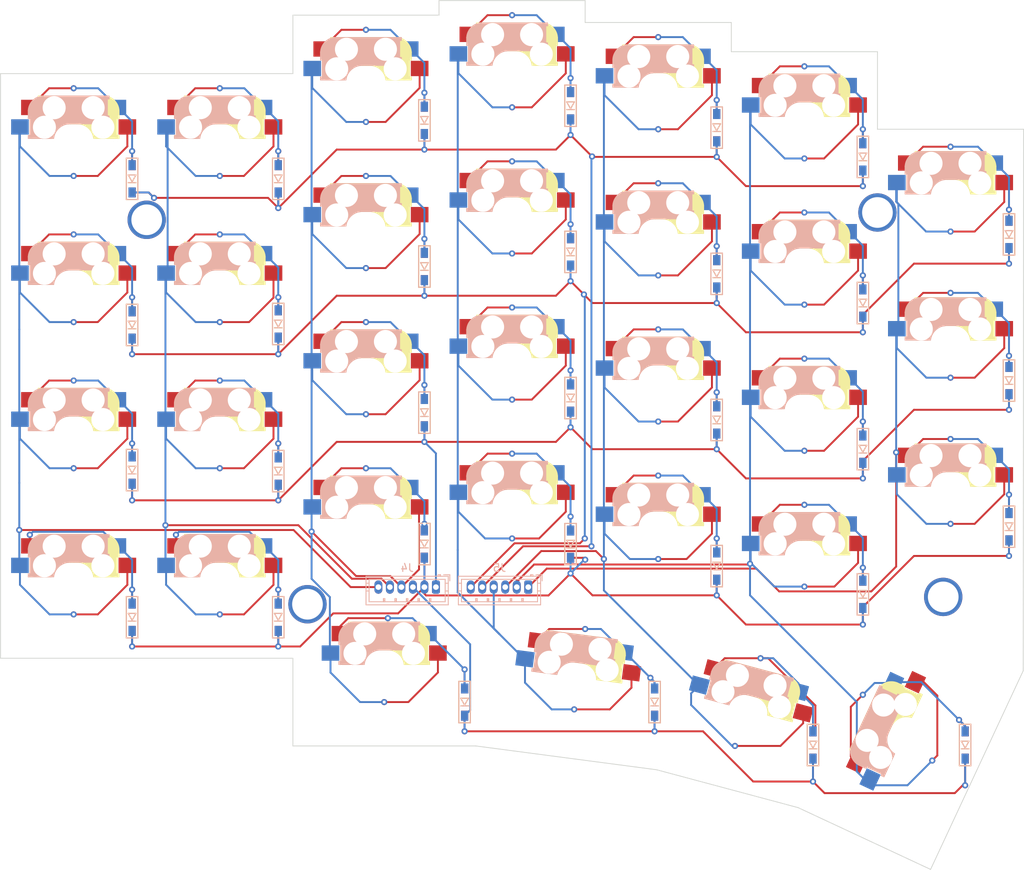
<source format=kicad_pcb>
(kicad_pcb (version 20221018) (generator pcbnew)
  (layers (0 "F.Cu" signal) (31 "B.Cu" signal) (34 "B.Paste" user) (35 "F.Paste" user) (36 "B.SilkS" user "B.Silkscreen") (37 "F.SilkS" user "F.Silkscreen") (38 "B.Mask" user) (39 "F.Mask" user) (44 "Edge.Cuts" user))
  (net 0 "")
  (net 1 "COL0")
  (net 2 "COL1")
  (net 3 "COL2")
  (net 4 "COL3")
  (net 5 "COL4")
  (net 6 "COL5")
  (net 7 "COL6")
  (net 8 "ROW0")
  (net 9 "ROW1")
  (net 10 "ROW2")
  (net 11 "ROW3")
  (net 12 "ROW4")
  (net 13 "Net-(D1-A)")
  (net 14 "Net-(D2-A)")
  (net 15 "Net-(D3-A)")
  (net 16 "Net-(D4-A)")
  (net 17 "Net-(D5-A)")
  (net 18 "Net-(D6-A)")
  (net 19 "Net-(D7-A)")
  (net 20 "Net-(D8-A)")
  (net 21 "Net-(D9-A)")
  (net 22 "Net-(D10-A)")
  (net 23 "Net-(D11-A)")
  (net 24 "Net-(D12-A)")
  (net 25 "Net-(D13-A)")
  (net 26 "Net-(D14-A)")
  (net 27 "Net-(D15-A)")
  (net 28 "Net-(D16-A)")
  (net 29 "Net-(D17-A)")
  (net 30 "Net-(D18-A)")
  (net 31 "Net-(D19-A)")
  (net 32 "Net-(D20-A)")
  (net 33 "Net-(D21-A)")
  (net 34 "Net-(D22-A)")
  (net 35 "Net-(D23-A)")
  (net 36 "Net-(D24-A)")
  (net 37 "Net-(D25-A)")
  (net 38 "Net-(D26-A)")
  (net 39 "Net-(D27-A)")
  (net 40 "Net-(D28-A)")
  (net 41 "Net-(D29-A)")
  (net 42 "Net-(D30-A)")
  (net 43 "Net-(D31-A)")
  (footprint "0_kbd:CherryMX_MidHeight_Hotswap" (layer "F.Cu") (at 141.97 31.4325)
    (fp_text reference "SW5" hide)
    (fp_text value "SW_PUSH" hide)
  )
  (footprint "0_kbd:CherryMX_MidHeight_Hotswap_1.5u" (layer "F.Cu") (at 174.8755 115.327427 65)
    (fp_text reference "SW31" hide)
    (fp_text value "SW_PUSH" hide)
  )
  (footprint "0_kbd:CherryMX_MidHeight_Hotswap" (layer "F.Cu") (at 153.43104 112.579 -15)
    (fp_text reference "SW30" hide)
    (fp_text value "SW_PUSH" hide)
  )
  (footprint "0_kbd:M2_Hole_TH_Outside" (layer "F.Cu") (at 179.1175 96.782573)
    (fp_text reference "H1")
    (fp_text value "MountingHole")
  )
  (footprint "0_kbd:CherryMX_MidHeight_Hotswap" (layer "F.Cu") (at 141.97 69.5325)
    (fp_text reference "SW18" hide)
    (fp_text value "SW_PUSH" hide)
  )
  (footprint "0_kbd:CherryMX_MidHeight_Hotswap" (layer "F.Cu") (at 141.97 88.5825)
    (fp_text reference "SW25" hide)
    (fp_text value "SW_PUSH" hide)
  )
  (footprint "0_kbd:CherryMX_MidHeight_Hotswap" (layer "F.Cu") (at 122.92 47.625)
    (fp_text reference "SW10" hide)
    (fp_text value "SW_PUSH" hide)
  )
  (footprint "0_kbd:M2_Hole_TH_Outside" (layer "F.Cu") (at 96.25 97.735073)
    (fp_text reference "H2")
    (fp_text value "MountingHole")
  )
  (footprint "0_kbd:CherryMX_MidHeight_Hotswap" (layer "F.Cu") (at 65.77 57.15)
    (fp_text reference "SW7" hide)
    (fp_text value "SW_PUSH" hide)
  )
  (footprint "0_kbd:CherryMX_MidHeight_Hotswap" (layer "F.Cu") (at 103.87 68.58)
    (fp_text reference "SW16" hide)
    (fp_text value "SW_PUSH" hide)
  )
  (footprint "0_kbd:CherryMX_MidHeight_Hotswap" (layer "F.Cu") (at 180.07 45.347573)
    (fp_text reference "SW13" hide)
    (fp_text value "SW_PUSH" hide)
  )
  (footprint "0_kbd:CherryMX_MidHeight_Hotswap" (layer "F.Cu") (at 65.77 38.1)
    (fp_text reference "SW1" hide)
    (fp_text value "SW_PUSH" hide)
  )
  (footprint "0_kbd:CherryMX_MidHeight_Hotswap" (layer "F.Cu") (at 122.92 28.575)
    (fp_text reference "SW4" hide)
    (fp_text value "SW_PUSH" hide)
  )
  (footprint "0_kbd:CherryMX_MidHeight_Hotswap" (layer "F.Cu") (at 65.77 95.25)
    (fp_text reference "SW21" hide)
    (fp_text value "SW_PUSH" hide)
  )
  (footprint "0_kbd:CherryMX_MidHeight_Hotswap" (layer "F.Cu") (at 103.87 87.63)
    (fp_text reference "SW23" hide)
    (fp_text value "SW_PUSH" hide)
  )
  (footprint "0_kbd:CherryMX_MidHeight_Hotswap" (layer "F.Cu") (at 84.82 57.15)
    (fp_text reference "SW8" hide)
    (fp_text value "SW_PUSH" hide)
  )
  (footprint "0_kbd:CherryMX_MidHeight_Hotswap" (layer "F.Cu") (at 65.77 76.2)
    (fp_text reference "SW14" hide)
    (fp_text value "SW_PUSH" hide)
  )
  (footprint "0_kbd:CherryMX_MidHeight_Hotswap" (layer "F.Cu") (at 161.02 73.3425)
    (fp_text reference "SW19" hide)
    (fp_text value "SW_PUSH" hide)
  )
  (footprint "0_kbd:CherryMX_MidHeight_Hotswap" (layer "F.Cu") (at 141.97 50.4825)
    (fp_text reference "SW11" hide)
    (fp_text value "SW_PUSH" hide)
  )
  (footprint "0_kbd:CherryMX_MidHeight_Hotswap" (layer "F.Cu") (at 180.07 64.397573)
    (fp_text reference "SW20" hide)
    (fp_text value "SW_PUSH" hide)
  )
  (footprint "0_kbd:CherryMX_MidHeight_Hotswap" (layer "F.Cu") (at 180.07 83.447573)
    (fp_text reference "SW27" hide)
    (fp_text value "SW_PUSH" hide)
  )
  (footprint "0_kbd:CherryMX_MidHeight_Hotswap" (layer "F.Cu") (at 84.82 38.1)
    (fp_text reference "SW2" hide)
    (fp_text value "SW_PUSH" hide)
  )
  (footprint "0_kbd:CherryMX_MidHeight_Hotswap" (layer "F.Cu") (at 161.02 54.2925)
    (fp_text reference "SW12" hide)
    (fp_text value "SW_PUSH" hide)
  )
  (footprint "0_kbd:CherryMX_MidHeight_Hotswap" (layer "F.Cu") (at 103.87 30.48)
    (fp_text reference "SW3" hide)
    (fp_text value "SW_PUSH" hide)
  )
  (footprint "0_kbd:M2_Hole_TH_Outside" (layer "F.Cu") (at 170.545 46.6725)
    (fp_text reference "H4")
    (fp_text value "MountingHole")
  )
  (footprint "0_kbd:CherryMX_MidHeight_Hotswap" (layer "F.Cu") (at 161.02 92.3925)
    (fp_text reference "SW26" hide)
    (fp_text value "SW_PUSH" hide)
  )
  (footprint "0_kbd:CherryMX_MidHeight_Hotswap" (layer "F.Cu") (at 84.82 76.2)
    (fp_text reference "SW15" hide)
    (fp_text value "SW_PUSH" hide)
  )
  (footprint "0_kbd:M2_Hole_TH_Outside" (layer "F.Cu") (at 75.295 47.625)
    (fp_text reference "H3")
    (fp_text value "MountingHole")
  )
  (footprint "0_kbd:CherryMX_MidHeight_Hotswap" (layer "F.Cu") (at 131.2045 108.316427 -7.5)
    (fp_text reference "SW29" hide)
    (fp_text value "SW_PUSH" hide)
  )
  (footprint "0_kbd:CherryMX_MidHeight_Hotswap" (layer "F.Cu") (at 122.92 66.675)
    (fp_text reference "SW17" hide)
    (fp_text value "SW_PUSH" hide)
  )
  (footprint "0_kbd:CherryMX_MidHeight_Hotswap" (layer "F.Cu") (at 122.92 85.725)
    (fp_text reference "SW24" hide)
    (fp_text value "SW_PUSH" hide)
  )
  (footprint "0_kbd:CherryMX_MidHeight_Hotswap" (layer "F.Cu") (at 106.251 106.680427)
    (fp_text reference "SW28" hide)
    (fp_text value "SW_PUSH" hide)
  )
  (footprint "0_kbd:CherryMX_MidHeight_Hotswap" (layer "F.Cu") (at 161.02 35.2425)
    (fp_text reference "SW6" hide)
    (fp_text value "SW_PUSH" hide)
  )
  (footprint "0_kbd:CherryMX_MidHeight_Hotswap" (layer "F.Cu") (at 84.82 95.25)
    (fp_text reference "SW22" hide)
    (fp_text value "SW_PUSH" hide)
  )
  (footprint "0_kbd:CherryMX_MidHeight_Hotswap" (layer "F.Cu") (at 103.87 49.53)
    (fp_text reference "SW9" hide)
    (fp_text value "SW_PUSH" hide)
  )
  (footprint "0_kbd:D3_SMD" (layer "B.Cu") (at 168.6405 58.474927 90)
    (fp_text reference "D12" hide)
    (fp_text value "D" hide)
  )
  (footprint "0_kbd:D3_SMD" (layer "B.Cu") (at 149.5905 92.764927 90)
    (fp_text reference "D25" hide)
    (fp_text value "D" hide)
  )
  (footprint "0_kbd:D3_SMD" (layer "B.Cu") (at 111.4905 89.8915 90)
    (fp_text reference "D23" hide)
    (fp_text value "D" hide)
  )
  (footprint "0_kbd:D3_SMD" (layer "B.Cu") (at 187.6905 49.53 90)
    (fp_text reference "D13" hide)
    (fp_text value "D" hide)
  )
  (footprint "0_kbd:D3_SMD" (layer "B.Cu") (at 92.4405 80.382427 90)
    (fp_text reference "D15" hide)
    (fp_text value "D" hide)
  )
  (footprint "0_kbd:D3_SMD" (layer "B.Cu") (at 141.4935 110.490427 90)
    (fp_text reference "D29" hide)
    (fp_text value "D" hide)
  )
  (footprint "0_kbd:D3_SMD" (layer "B.Cu") (at 149.5905 73.714927 90)
    (fp_text reference "D18" hide)
    (fp_text value "D" hide)
  )
  (footprint "0_kbd:D3_SMD" (layer "B.Cu") (at 130.5405 70.857427 90)
    (fp_text reference "D17" hide)
    (fp_text value "D" hide)
  )
  (footprint "0_kbd:D3_SMD" (layer "B.Cu") (at 73.3905 42.282427 90)
    (fp_text reference "D1" hide)
    (fp_text value "D" hide)
  )
  (footprint "0_kbd:D3_SMD" (layer "B.Cu") (at 73.3905 99.432427 90)
    (fp_text reference "D21" hide)
    (fp_text value "D" hide)
  )
  (footprint "0_Connector_JST:JST_ZH_B6B-ZR_1x06_P1.50mm_Vertical" (layer "B.Cu") (at 112.99 95.5015 180)
    (fp_text reference "J4")
    (fp_text value "Conn_01x06_Pin")
  )
  (footprint "0_kbd:D3_SMD" (layer "B.Cu") (at 92.4405 61.202427 90)
    (fp_text reference "D8" hide)
    (fp_text value "D" hide)
  )
  (footprint "0_kbd:D3_SMD" (layer "B.Cu") (at 130.5405 32.757427 90)
    (fp_text reference "D4" hide)
    (fp_text value "D" hide)
  )
  (footprint "0_kbd:D3_SMD" (layer "B.Cu") (at 130.5405 89.907427 90)
    (fp_text reference "D24" hide)
    (fp_text value "D" hide)
  )
  (footprint "0_kbd:D3_SMD" (layer "B.Cu") (at 149.5905 35.614927 90)
    (fp_text reference "D5" hide)
    (fp_text value "D" hide)
  )
  (footprint "0_kbd:D3_SMD" (layer "B.Cu") (at 116.7285 110.490427 90)
    (fp_text reference "D28" hide)
    (fp_text value "D" hide)
  )
  (footprint "0_kbd:D3_SMD" (layer "B.Cu") (at 92.4405 99.432427 90)
    (fp_text reference "D22" hide)
    (fp_text value "D" hide)
  )
  (footprint "0_kbd:D3_SMD" (layer "B.Cu") (at 73.3905 61.332427 90)
    (fp_text reference "D7" hide)
    (fp_text value "D" hide)
  )
  (footprint "0_Connector_JST:JST_ZH_B6B-ZR_1x06_P1.50mm_Vertical" (layer "B.Cu") (at 125.0275 95.5015 180)
    (fp_text reference "J5")
    (fp_text value "Conn_01x06_Pin")
  )
  (footprint "0_kbd:D3_SMD" (layer "B.Cu") (at 111.4905 34.662427 90)
    (fp_text reference "D3" hide)
    (fp_text value "D" hide)
  )
  (footprint "0_kbd:D3_SMD" (layer "B.Cu") (at 168.6405 39.424927 90)
    (fp_text reference "D6" hide)
    (fp_text value "D" hide)
  )
  (footprint "0_kbd:D3_SMD" (layer "B.Cu") (at 130.5405 51.807427 90)
    (fp_text reference "D10" hide)
    (fp_text value "D" hide)
  )
  (footprint "0_kbd:D3_SMD" (layer "B.Cu") (at 187.6905 68.58 90)
    (fp_text reference "D20" hide)
    (fp_text value "D" hide)
  )
  (footprint "0_kbd:D3_SMD" (layer "B.Cu") (at 162.1405 116.084927 90)
    (fp_text reference "D30" hide)
    (fp_text value "D" hide)
  )
  (footprint "0_kbd:D3_SMD" (layer "B.Cu") (at 168.6405 96.444927 90)
    (fp_text reference "D26" hide)
    (fp_text value "D" hide)
  )
  (footprint "0_kbd:D3_SMD" (layer "B.Cu") (at 149.5905 54.664927 90)
    (fp_text reference "D11" hide)
    (fp_text value "D" hide)
  )
  (footprint "0_kbd:D3_SMD" (layer "B.Cu") (at 111.4905 72.762427 90)
    (fp_text reference "D16" hide)
    (fp_text value "D" hide)
  )
  (footprint "0_kbd:D3_SMD" (layer "B.Cu") (at 92.4405 42.282427 90)
    (fp_text reference "D2" hide)
    (fp_text value "D" hide)
  )
  (footprint "0_kbd:D3_SMD" (layer "B.Cu") (at 187.6905 87.63 90)
    (fp_text reference "D27" hide)
    (fp_text value "D" hide)
  )
  (footprint "0_kbd:D3_SMD" (layer "B.Cu") (at 111.4905 53.712427 90)
    (fp_text reference "D9" hide)
    (fp_text value "D" hide)
  )
  (footprint "0_kbd:D3_SMD" (layer "B.Cu") (at 168.6405 77.524927 90)
    (fp_text reference "D19" hide)
    (fp_text value "D" hide)
  )
  (footprint "0_kbd:D3_SMD" (layer "B.Cu") (at 181.9755 116.084927 90)
    (fp_text reference "D31" hide)
    (fp_text value "D" hide)
  )
  (footprint "0_kbd:D3_SMD" (layer "B.Cu") (at 73.3905 80.252427 90)
    (fp_text reference "D14" hide)
    (fp_text value "D" hide)
  )
  (gr_line (start 189.54624 106.403993) (end 189.595 35.822573) (stroke (width 0.1)) (layer "Edge.Cuts"))
  (gr_line (start 189.595 35.822573) (end 170.545 35.822573) (stroke (width 0.1)) (layer "Edge.Cuts"))
  (gr_line (start 177.469923 132.301738) (end 160.20476 124.250861) (stroke (width 0.1)) (layer "Edge.Cuts"))
  (gr_line (start 160.20476 124.250861) (end 141.765628 119.314017) (stroke (width 0.1)) (layer "Edge.Cuts"))
  (gr_line (start 170.545 35.822573) (end 170.545 25.7175) (stroke (width 0.1)) (layer "Edge.Cuts"))
  (gr_line (start 56.245 28.575) (end 94.345 28.575) (stroke (width 0.1)) (layer "Edge.Cuts"))
  (gr_line (start 132.445 19.05) (end 132.445 21.9075) (stroke (width 0.1)) (layer "Edge.Cuts"))
  (gr_line (start 113.395 20.955) (end 113.395 19.05) (stroke (width 0.1)) (layer "Edge.Cuts"))
  (gr_line (start 94.345 116.205) (end 118.1575 116.205) (stroke (width 0.1)) (layer "Edge.Cuts"))
  (gr_line (start 94.345 28.575) (end 94.345 20.955) (stroke (width 0.1)) (layer "Edge.Cuts"))
  (gr_line (start 94.345 104.775) (end 94.345 116.205) (stroke (width 0.1)) (layer "Edge.Cuts"))
  (gr_line (start 94.345 104.775) (end 56.245 104.775) (stroke (width 0.1)) (layer "Edge.Cuts"))
  (gr_line (start 132.445 21.9075) (end 151.495 21.9075) (stroke (width 0.1)) (layer "Edge.Cuts"))
  (gr_line (start 141.765628 119.314017) (end 118.1575 116.205) (stroke (width 0.1)) (layer "Edge.Cuts"))
  (gr_line (start 151.495 21.9075) (end 151.495 25.7175) (stroke (width 0.1)) (layer "Edge.Cuts"))
  (gr_line (start 151.495 25.7175) (end 170.545 25.7175) (stroke (width 0.1)) (layer "Edge.Cuts"))
  (gr_line (start 56.245 104.775) (end 56.245 28.575) (stroke (width 0.1)) (layer "Edge.Cuts"))
  (gr_line (start 189.54624 106.403993) (end 177.469923 132.301738) (stroke (width 0.1)) (layer "Edge.Cuts"))
  (gr_line (start 94.345 20.955) (end 113.395 20.955) (stroke (width 0.1)) (layer "Edge.Cuts"))
  (gr_line (start 113.395 19.05) (end 132.445 19.05) (stroke (width 0.1)) (layer "Edge.Cuts"))
  (segment (start 101.87685 95.5015) (end 105.49 95.5015) (width 0.25) (layer "F.Cu") (net 1))
  (segment (start 72.77 35.52) (end 72.77 38.053833) (width 0.25) (layer "F.Cu") (net 1))
  (segment (start 72.77 92.67) (end 72.77 95.203833) (width 0.25) (layer "F.Cu") (net 1))
  (segment (start 72.77 54.57) (end 72.77 57.103833) (width 0.25) (layer "F.Cu") (net 1))
  (segment (start 58.685 88.0615) (end 94.43685 88.0615) (width 0.25) (layer "F.Cu") (net 1))
  (segment (start 72.77 76.153833) (end 68.913833 80.01) (width 0.25) (layer "F.Cu") (net 1))
  (segment (start 72.77 95.203833) (end 68.913833 99.06) (width 0.25) (layer "F.Cu") (net 1))
  (segment (start 72.77 57.103833) (end 68.913833 60.96) (width 0.25) (layer "F.Cu") (net 1))
  (segment (start 68.913833 99.06) (end 65.77 99.06) (width 0.25) (layer "F.Cu") (net 1))
  (segment (start 68.913833 41.91) (end 65.77 41.91) (width 0.25) (layer "F.Cu") (net 1))
  (segment (start 72.77 38.053833) (end 68.913833 41.91) (width 0.25) (layer "F.Cu") (net 1))
  (segment (start 94.43685 88.0615) (end 101.87685 95.5015) (width 0.25) (layer "F.Cu") (net 1))
  (segment (start 68.913833 60.96) (end 65.77 60.96) (width 0.25) (layer "F.Cu") (net 1))
  (segment (start 68.913833 80.01) (end 65.77 80.01) (width 0.25) (layer "F.Cu") (net 1))
  (segment (start 72.77 73.62) (end 72.77 76.153833) (width 0.25) (layer "F.Cu") (net 1))
  (via (at 65.77 80.01) (size 0.8) (drill 0.4) (layers "F.Cu" "B.Cu") (net 1))
  (via (at 65.77 99.06) (size 0.8) (drill 0.4) (layers "F.Cu" "B.Cu") (net 1))
  (via (at 65.77 41.91) (size 0.8) (drill 0.4) (layers "F.Cu" "B.Cu") (net 1))
  (via (at 65.77 60.96) (size 0.8) (drill 0.4) (layers "F.Cu" "B.Cu") (net 1))
  (via (at 58.685 88.0615) (size 0.8) (drill 0.4) (layers "F.Cu" "B.Cu") (net 1))
  (segment (start 65.77 99.06) (end 62.626167 99.06) (width 0.25) (layer "B.Cu") (net 1))
  (segment (start 62.626167 41.91) (end 58.77 38.053833) (width 0.25) (layer "B.Cu") (net 1))
  (segment (start 62.626167 99.06) (end 58.77 95.203833) (width 0.25) (layer "B.Cu") (net 1))
  (segment (start 58.685 92.71) (end 58.685 88.0615) (width 0.25) (layer "B.Cu") (net 1))
  (segment (start 58.77 57.103833) (end 58.77 54.57) (width 0.25) (layer "B.Cu") (net 1))
  (segment (start 62.626167 80.01) (end 58.77 76.153833) (width 0.25) (layer "B.Cu") (net 1))
  (segment (start 65.77 80.01) (end 62.626167 80.01) (width 0.25) (layer "B.Cu") (net 1))
  (segment (start 58.77 76.153833) (end 58.77 73.62) (width 0.25) (layer "B.Cu") (net 1))
  (segment (start 62.626167 60.96) (end 58.77 57.103833) (width 0.25) (layer "B.Cu") (net 1))
  (segment (start 58.685 61.9125) (end 58.685 81.915) (width 0.25) (layer "B.Cu") (net 1))
  (segment (start 58.685 35.56) (end 58.685 61.9125) (width 0.25) (layer "B.Cu") (net 1))
  (segment (start 58.77 95.203833) (end 58.77 92.67) (width 0.25) (layer "B.Cu") (net 1))
  (segment (start 58.77 38.053833) (end 58.77 35.52) (width 0.25) (layer "B.Cu") (net 1))
  (segment (start 58.685 81.915) (end 58.685 88.0615) (width 0.25) (layer "B.Cu") (net 1))
  (segment (start 65.77 60.96) (end 62.626167 60.96) (width 0.25) (layer "B.Cu") (net 1))
  (segment (start 65.77 41.91) (end 62.626167 41.91) (width 0.25) (layer "B.Cu") (net 1))
  (segment (start 91.82 73.62) (end 91.82 76.153833) (width 0.25) (layer "F.Cu") (net 2))
  (segment (start 91.82 95.203833) (end 87.963833 99.06) (width 0.25) (layer "F.Cu") (net 2))
  (segment (start 91.82 54.57) (end 91.82 57.77) (width 0.25) (layer "F.Cu") (net 2))
  (segment (start 95.06135 87.437) (end 102.037051 94.412701) (width 0.25) (layer "F.Cu") (net 2))
  (segment (start 87.963833 80.01) (end 84.82 80.01) (width 0.25) (layer "F.Cu") (net 2))
  (segment (start 91.82 38.053833) (end 87.963833 41.91) (width 0.25) (layer "F.Cu") (net 2))
  (segment (start 102.037051 94.412701) (end 105.901201 94.412701) (width 0.25) (layer "F.Cu") (net 2))
  (segment (start 91.82 76.153833) (end 87.963833 80.01) (width 0.25) (layer "F.Cu") (net 2))
  (segment (start 88.63 60.96) (end 84.82 60.96) (width 0.25) (layer "F.Cu") (net 2))
  (segment (start 77.735 87.437) (end 95.06135 87.437) (width 0.25) (layer "F.Cu") (net 2))
  (segment (start 91.82 35.52) (end 91.82 38.053833) (width 0.25) (layer "F.Cu") (net 2))
  (segment (start 87.963833 99.06) (end 84.82 99.06) (width 0.25) (layer "F.Cu") (net 2))
  (segment (start 87.963833 41.91) (end 84.82 41.91) (width 0.25) (layer "F.Cu") (net 2))
  (segment (start 105.901201 94.412701) (end 106.99 95.5015) (width 0.25) (layer "F.Cu") (net 2))
  (segment (start 91.82 92.67) (end 91.82 95.203833) (width 0.25) (layer "F.Cu") (net 2))
  (segment (start 91.82 57.77) (end 88.63 60.96) (width 0.25) (layer "F.Cu") (net 2))
  (via (at 77.735 87.437) (size 0.8) (drill 0.4) (layers "F.Cu" "B.Cu") (net 2))
  (via (at 84.82 99.06) (size 0.8) (drill 0.4) (layers "F.Cu" "B.Cu") (net 2))
  (via (at 84.82 41.91) (size 0.8) (drill 0.4) (layers "F.Cu" "B.Cu") (net 2))
  (via (at 84.82 60.96) (size 0.8) (drill 0.4) (layers "F.Cu" "B.Cu") (net 2))
  (via (at 84.82 80.01) (size 0.8) (drill 0.4) (layers "F.Cu" "B.Cu") (net 2))
  (segment (start 77.735 35.56) (end 78.02 35.845) (width 0.25) (layer "B.Cu") (net 2))
  (segment (start 77.82 38.053833) (end 77.82 35.52) (width 0.25) (layer "B.Cu") (net 2))
  (segment (start 81.676167 60.96) (end 77.82 57.103833) (width 0.25) (layer "B.Cu") (net 2))
  (segment (start 81.676167 80.01) (end 77.82 76.153833) (width 0.25) (layer "B.Cu") (net 2))
  (segment (start 84.82 41.91) (end 81.676167 41.91) (width 0.25) (layer "B.Cu") (net 2))
  (segment (start 77.82 95.203833) (end 77.82 92.67) (width 0.25) (layer "B.Cu") (net 2))
  (segment (start 81.676167 41.91) (end 77.82 38.053833) (width 0.25) (layer "B.Cu") (net 2))
  (segment (start 84.82 80.01) (end 81.676167 80.01) (width 0.25) (layer "B.Cu") (net 2))
  (segment (start 84.82 99.06) (end 81.676167 99.06) (width 0.25) (layer "B.Cu") (net 2))
  (segment (start 78.02 54.325) (end 77.735 54.61) (width 0.25) (layer "B.Cu") (net 2))
  (segment (start 77.82 76.153833) (end 77.82 73.62) (width 0.25) (layer "B.Cu") (net 2))
  (segment (start 81.676167 99.06) (end 77.82 95.203833) (width 0.25) (layer "B.Cu") (net 2))
  (segment (start 78.02 35.845) (end 78.02 54.325) (width 0.25) (layer "B.Cu") (net 2))
  (segment (start 84.82 60.96) (end 81.676167 60.96) (width 0.25) (layer "B.Cu") (net 2))
  (segment (start 77.82 57.103833) (end 77.82 54.57) (width 0.25) (layer "B.Cu") (net 2))
  (segment (start 77.735 54.61) (end 77.735 92.71) (width 0.25) (layer "B.Cu") (net 2))
  (segment (start 77.735 92.71) (end 77.735 87.437) (width 0.25) (layer "B.Cu") (net 2))
  (segment (start 110.87 66) (end 110.87 68.533833) (width 0.25) (layer "F.Cu") (net 3))
  (segment (start 110.7905 85.1295) (end 110.7905 93.201) (width 0.25) (layer "F.Cu") (net 3))
  (segment (start 110.87 68.533833) (end 106.43376 72.970073) (width 0.25) (layer "F.Cu") (net 3))
  (segment (start 107.051201 94.062701) (end 108.49 95.5015) (width 0.25) (layer "F.Cu") (net 3))
  (segment (start 113.251 106.63426) (end 109.394833 110.490427) (width 0.25) (layer "F.Cu") (net 3))
  (segment (start 110.87 49.483833) (end 106.43376 53.920073) (width 0.25) (layer "F.Cu") (net 3))
  (segment (start 110.87 27.9) (end 110.87 30.433833) (width 0.25) (layer "F.Cu") (net 3))
  (segment (start 109.394833 110.490427) (end 106.251 110.490427) (width 0.25) (layer "F.Cu") (net 3))
  (segment (start 110.87 85.05) (end 110.7905 85.1295) (width 0.25) (layer "F.Cu") (net 3))
  (segment (start 113.251 104.100427) (end 113.251 106.63426) (width 0.25) (layer "F.Cu") (net 3))
  (segment (start 110.87 46.95) (end 110.87 49.483833) (width 0.25) (layer "F.Cu") (net 3))
  (segment (start 106.43376 53.920073) (end 103.87 53.920073) (width 0.25) (layer "F.Cu") (net 3))
  (segment (start 110.87 30.433833) (end 106.43376 34.870073) (width 0.25) (layer "F.Cu") (net 3))
  (segment (start 106.43376 34.870073) (end 103.87 34.870073) (width 0.25) (layer "F.Cu") (net 3))
  (segment (start 102.586201 94.062701) (end 107.051201 94.062701) (width 0.25) (layer "F.Cu") (net 3))
  (segment (start 96.785 88.2615) (end 102.586201 94.062701) (width 0.25) (layer "F.Cu") (net 3))
  (segment (start 110.7905 93.201) (end 108.49 95.5015) (width 0.25) (layer "F.Cu") (net 3))
  (segment (start 106.43376 72.970073) (end 103.87 72.970073) (width 0.25) (layer "F.Cu") (net 3))
  (via (at 103.87 34.870073) (size 0.8) (drill 0.4) (layers "F.Cu" "B.Cu") (net 3))
  (via (at 103.87 72.970073) (size 0.8) (drill 0.4) (layers "F.Cu" "B.Cu") (net 3))
  (via (at 103.87 53.920073) (size 0.8) (drill 0.4) (layers "F.Cu" "B.Cu") (net 3))
  (via (at 106.251 110.490427) (size 0.8) (drill 0.4) (layers "F.Cu" "B.Cu") (net 3))
  (via (at 96.785 88.2615) (size 0.8) (drill 0.4) (layers "F.Cu" "B.Cu") (net 3))
  (segment (start 96.87 68.533833) (end 96.87 66) (width 0.25) (layer "B.Cu") (net 3))
  (segment (start 103.87 53.920073) (end 101.30624 53.920073) (width 0.25) (layer "B.Cu") (net 3))
  (segment (start 101.30624 72.970073) (end 96.87 68.533833) (width 0.25) (layer "B.Cu") (net 3))
  (segment (start 96.785 88.2615) (end 96.785 94.418084) (width 0.25) (layer "B.Cu") (net 3))
  (segment (start 103.107167 110.490427) (end 99.251 106.63426) (width 0.25) (layer "B.Cu") (net 3))
  (segment (start 96.87 49.483833) (end 96.87 46.95) (width 0.25) (layer "B.Cu") (net 3))
  (segment (start 99.166 96.799084) (end 99.166 104.140427) (width 0.25) (layer "B.Cu") (net 3))
  (segment (start 96.785 85.09) (end 96.785 88.2615) (width 0.25) (layer "B.Cu") (net 3))
  (segment (start 103.87 34.870073) (end 101.30624 34.870073) (width 0.25) (layer "B.Cu") (net 3))
  (segment (start 103.87 72.970073) (end 101.30624 72.970073) (width 0.25) (layer "B.Cu") (net 3))
  (segment (start 106.251 110.490427) (end 103.107167 110.490427) (width 0.25) (layer "B.Cu") (net 3))
  (segment (start 101.30624 53.920073) (end 96.87 49.483833) (width 0.25) (layer "B.Cu") (net 3))
  (segment (start 96.785 85.09) (end 96.785 27.94) (width 0.25) (layer "B.Cu") (net 3))
  (segment (start 96.87 30.433833) (end 96.87 27.9) (width 0.25) (layer "B.Cu") (net 3))
  (segment (start 96.785 94.418084) (end 99.166 96.799084) (width 0.25) (layer "B.Cu") (net 3))
  (segment (start 99.251 106.63426) (end 99.251 104.100427) (width 0.25) (layer "B.Cu") (net 3))
  (segment (start 101.30624 34.870073) (end 96.87 30.433833) (width 0.25) (layer "B.Cu") (net 3))
  (segment (start 135.651446 111.442927) (end 131.016 111.442927) (width 0.25) (layer "F.Cu") (net 4))
  (segment (start 129.92 64.095) (end 129.92 66.628833) (width 0.25) (layer "F.Cu") (net 4))
  (segment (start 129.92 83.145) (end 129.92 85.678833) (width 0.25) (layer "F.Cu") (net 4))
  (segment (start 125.48376 52.015073) (end 122.92 52.015073) (width 0.25) (layer "F.Cu") (net 4))
  (segment (start 138.481372 106.672183) (end 138.481372 108.613001) (width 0.25) (layer "F.Cu") (net 4))
  (segment (start 126.43626 89.162573) (end 122.92 89.162573) (width 0.25) (layer "F.Cu") (net 4))
  (segment (start 125.48376 71.065073) (end 122.92 71.065073) (width 0.25) (layer "F.Cu") (net 4))
  (segment (start 129.92 85.678833) (end 126.43626 89.162573) (width 0.25) (layer "F.Cu") (net 4))
  (segment (start 129.92 25.995) (end 129.92 28.528833) (width 0.25) (layer "F.Cu") (net 4))
  (segment (start 129.92 45.045) (end 129.92 47.578833) (width 0.25) (layer "F.Cu") (net 4))
  (segment (start 129.92 28.528833) (end 125.48376 32.965073) (width 0.25) (layer "F.Cu") (net 4))
  (segment (start 129.92 47.578833) (end 125.48376 52.015073) (width 0.25) (layer "F.Cu") (net 4))
  (segment (start 138.481372 108.613001) (end 135.651446 111.442927) (width 0.25) (layer "F.Cu") (net 4))
  (segment (start 129.92 66.628833) (end 125.48376 71.065073) (width 0.25) (layer "F.Cu") (net 4))
  (segment (start 125.48376 32.965073) (end 122.92 32.965073) (width 0.25) (layer "F.Cu") (net 4))
  (via (at 122.92 32.965073) (size 0.8) (drill 0.4) (layers "F.Cu" "B.Cu") (net 4))
  (via (at 131.016 111.442927) (size 0.8) (drill 0.4) (layers "F.Cu" "B.Cu") (net 4))
  (via (at 122.92 89.162573) (size 0.8) (drill 0.4) (layers "F.Cu" "B.Cu") (net 4))
  (via (at 122.92 52.015073) (size 0.8) (drill 0.4) (layers "F.Cu" "B.Cu") (net 4))
  (via (at 122.92 71.065073) (size 0.8) (drill 0.4) (layers "F.Cu" "B.Cu") (net 4))
  (segment (start 119.40374 89.162573) (end 115.92 85.678833) (width 0.25) (layer "B.Cu") (net 4))
  (segment (start 131.016 111.442927) (end 128.0837 111.442927) (width 0.25) (layer "B.Cu") (net 4))
  (segment (start 115.92 85.678833) (end 115.92 83.145) (width 0.25) (layer "B.Cu") (net 4))
  (segment (start 120.35624 71.065073) (end 115.92 66.628833) (width 0.25) (layer "B.Cu") (net 4))
  (segment (start 115.835 96.196729) (end 121.257386 101.619114) (width 0.25) (layer "B.Cu") (net 4))
  (segment (start 115.92 66.628833) (end 115.92 64.095) (width 0.25) (layer "B.Cu") (net 4))
  (segment (start 122.92 32.965073) (end 120.35624 32.965073) (width 0.25) (layer "B.Cu") (net 4))
  (segment (start 120.5275 100.889228) (end 121.257386 101.619114) (width 0.25) (layer "B.Cu") (net 4))
  (segment (start 122.92 89.162573) (end 119.40374 89.162573) (width 0.25) (layer "B.Cu") (net 4))
  (segment (start 115.92 47.578833) (end 115.92 45.045) (width 0.25) (layer "B.Cu") (net 4))
  (segment (start 115.92 28.528833) (end 115.92 25.995) (width 0.25) (layer "B.Cu") (net 4))
  (segment (start 125.27565 104.352379) (end 123.989648 104.352379) (width 0.25) (layer "B.Cu") (net 4))
  (segment (start 121.257386 101.619114) (end 124.51165 104.873379) (width 0.25) (layer "B.Cu") (net 4))
  (segment (start 120.35624 32.965073) (end 115.92 28.528833) (width 0.25) (layer "B.Cu") (net 4))
  (segment (start 120.5275 95.5015) (end 120.5275 100.889228) (width 0.25) (layer "B.Cu") (net 4))
  (segment (start 115.835 90.6615) (end 115.835 96.196729) (width 0.25) (layer "B.Cu") (net 4))
  (segment (start 115.835 83.185) (end 115.835 90.6615) (width 0.25) (layer "B.Cu") (net 4))
  (segment (start 122.92 52.015073) (end 120.35624 52.015073) (width 0.25) (layer "B.Cu") (net 4))
  (segment (start 124.601144 107.960371) (end 124.601144 104.844816) (width 0.25) (layer "B.Cu") (net 4))
  (segment (start 128.0837 111.442927) (end 124.601144 107.960371) (width 0.25) (layer "B.Cu") (net 4))
  (segment (start 122.92 71.065073) (end 120.35624 71.065073) (width 0.25) (layer "B.Cu") (net 4))
  (segment (start 115.835 83.185) (end 115.835 26.035) (width 0.25) (layer "B.Cu") (net 4))
  (segment (start 120.35624 52.015073) (end 115.92 47.578833) (width 0.25) (layer "B.Cu") (net 4))
  (segment (start 160.860274 111.898645) (end 160.860274 113.245303) (width 0.25) (layer "F.Cu") (net 5))
  (segment (start 148.97 69.486333) (end 144.53376 73.922573) (width 0.25) (layer "F.Cu") (net 5))
  (segment (start 126.721573 90.807427) (end 133.849 90.807427) (width 0.25) (layer "F.Cu") (net 5))
  (segment (start 148.97 47.9025) (end 148.97 50.436333) (width 0.25) (layer "F.Cu") (net 5))
  (segment (start 145.662906 91.843427) (end 141.97 91.843427) (width 0.25) (layer "F.Cu") (net 5))
  (segment (start 148.97 88.536333) (end 145.662906 91.843427) (width 0.25) (layer "F.Cu") (net 5))
  (segment (start 148.97 50.436333) (end 144.53376 54.872573) (width 0.25) (layer "F.Cu") (net 5))
  (segment (start 144.53376 73.922573) (end 141.97 73.922573) (width 0.25) (layer "F.Cu") (net 5))
  (segment (start 133.849 90.807427) (end 134.885 91.843427) (width 0.25) (layer "F.Cu") (net 5))
  (segment (start 160.860274 113.245303) (end 157.90015 116.205427) (width 0.25) (layer "F.Cu") (net 5))
  (segment (start 148.97 28.8525) (end 148.97 31.386333) (width 0.25) (layer "F.Cu") (net 5))
  (segment (start 148.97 86.0025) (end 148.97 88.536333) (width 0.25) (layer "F.Cu") (net 5))
  (segment (start 144.53376 35.822573) (end 141.97 35.822573) (width 0.25) (layer "F.Cu") (net 5))
  (segment (start 148.97 31.386333) (end 144.53376 35.822573) (width 0.25) (layer "F.Cu") (net 5))
  (segment (start 144.53376 54.872573) (end 141.97 54.872573) (width 0.25) (layer "F.Cu") (net 5))
  (segment (start 122.0275 95.5015) (end 126.721573 90.807427) (width 0.25) (layer "F.Cu") (net 5))
  (segment (start 157.90015 116.205427) (end 151.971 116.205427) (width 0.25) (layer "F.Cu") (net 5))
  (segment (start 148.97 66.9525) (end 148.97 69.486333) (width 0.25) (layer "F.Cu") (net 5))
  (via (at 141.97 91.843427) (size 0.8) (drill 0.4) (layers "F.Cu" "B.Cu") (net 5))
  (via (at 151.971 116.205427) (size 0.8) (drill 0.4) (layers "F.Cu" "B.Cu") (net 5))
  (via (at 141.97 35.822573) (size 0.8) (drill 0.4) (layers "F.Cu" "B.Cu") (net 5))
  (via (at 134.885 91.843427) (size 0.8) (drill 0.4) (layers "F.Cu" "B.Cu") (net 5))
  (via (at 141.97 73.922573) (size 0.8) (drill 0.4) (layers "F.Cu" "B.Cu") (net 5))
  (via (at 141.97 54.872573) (size 0.8) (drill 0.4) (layers "F.Cu" "B.Cu") (net 5))
  (segment (start 146.256 110.869895) (end 146.256 109.35649) (width 0.25) (layer "B.Cu") (net 5))
  (segment (start 134.97 50.436333) (end 134.97 47.9025) (width 0.25) (layer "B.Cu") (net 5))
  (segment (start 141.97 91.843427) (end 138.277094 91.843427) (width 0.25) (layer "B.Cu") (net 5))
  (segment (start 134.97 31.386333) (end 134.97 28.8525) (width 0.25) (layer "B.Cu") (net 5))
  (segment (start 139.40624 54.872573) (end 134.97 50.436333) (width 0.25) (layer "B.Cu") (net 5))
  (segment (start 141.97 35.822573) (end 139.40624 35.822573) (width 0.25) (layer "B.Cu") (net 5))
  (segment (start 139.40624 73.922573) (end 134.97 69.486333) (width 0.25) (layer "B.Cu") (net 5))
  (segment (start 141.97 54.872573) (end 139.40624 54.872573) (width 0.25) (layer "B.Cu") (net 5))
  (segment (start 138.277094 91.843427) (end 134.97 88.536333) (width 0.25) (layer "B.Cu") (net 5))
  (segment (start 134.97 69.486333) (end 134.97 66.9525) (width 0.25) (layer "B.Cu") (net 5))
  (segment (start 134.885 28.8925) (end 134.885 86.0425) (width 0.25) (layer "B.Cu") (net 5))
  (segment (start 139.40624 35.822573) (end 134.97 31.386333) (width 0.25) (layer "B.Cu") (net 5))
  (segment (start 134.885 95.931959) (end 147.244856 108.291815) (width 0.25) (layer "B.Cu") (net 5))
  (segment (start 134.885 86.0425) (end 134.885 95.931959) (width 0.25) (layer "B.Cu") (net 5))
  (segment (start 146.256 109.35649) (end 147.337312 108.275178) (width 0.25) (layer "B.Cu") (net 5))
  (segment (start 151.971 116.205427) (end 151.591532 116.205427) (width 0.25) (layer "B.Cu") (net 5))
  (segment (start 151.591532 116.205427) (end 146.256 110.869895) (width 0.25) (layer "B.Cu") (net 5))
  (segment (start 134.97 88.536333) (end 134.97 86.0025) (width 0.25) (layer "B.Cu") (net 5))
  (segment (start 141.97 73.922573) (end 139.40624 73.922573) (width 0.25) (layer "B.Cu") (net 5))
  (segment (start 168.02 51.7125) (end 168.02 54.246333) (width 0.25) (layer "F.Cu") (net 6))
  (segment (start 123.5275 94.819105) (end 125.789178 92.557427) (width 0.25) (layer "F.Cu") (net 6))
  (segment (start 168.02 35.196333) (end 163.58376 39.632573) (width 0.25) (layer "F.Cu") (net 6))
  (segment (start 176.598932 107.892917) (end 178.347401 109.641386) (width 0.25) (layer "F.Cu") (net 6))
  (segment (start 168.02 54.246333) (end 163.58376 58.682573) (width 0.25) (layer "F.Cu") (net 6))
  (segment (start 125.789178 92.557427) (end 153.8455 92.557427) (width 0.25) (layer "F.Cu") (net 6))
  (segment (start 168.02 70.7625) (end 168.02 73.296333) (width 0.25) (layer "F.Cu") (net 6))
  (segment (start 163.58376 77.732573) (end 161.02 77.732573) (width 0.25) (layer "F.Cu") (net 6))
  (segment (start 178.347401 117.451526) (end 177.6885 118.110427) (width 0.25) (layer "F.Cu") (net 6))
  (segment (start 163.58376 39.632573) (end 161.02 39.632573) (width 0.25) (layer "F.Cu") (net 6))
  (segment (start 123.5275 95.5015) (end 123.5275 94.819105) (width 0.25) (layer "F.Cu") (net 6))
  (segment (start 153.8455 92.557427) (end 153.935 92.467927) (width 0.25) (layer "F.Cu") (net 6))
  (segment (start 168.02 32.6625) (end 168.02 35.196333) (width 0.25) (layer "F.Cu") (net 6))
  (segment (start 178.347401 109.641386) (end 178.347401 117.451526) (width 0.25) (layer "F.Cu") (net 6))
  (segment (start 164.929333 95.437) (end 161.02 95.437) (width 0.25) (layer "F.Cu") (net 6))
  (segment (start 123.5275 95.5015) (end 123.5275 94.640105) (width 0.25) (layer "F.Cu") (net 6))
  (segment (start 168.02 92.346333) (end 164.929333 95.437) (width 0.25) (layer "F.Cu") (net 6))
  (segment (start 163.58376 58.682573) (end 161.02 58.682573) (width 0.25) (layer "F.Cu") (net 6))
  (segment (start 168.02 73.296333) (end 163.58376 77.732573) (width 0.25) (layer "F.Cu") (net 6))
  (segment (start 168.02 89.8125) (end 168.02 92.346333) (width 0.25) (layer "F.Cu") (net 6))
  (segment (start 175.495554 107.892917) (end 176.598932 107.892917) (width 0.25) (layer "F.Cu") (net 6))
  (via (at 161.02 39.632573) (size 0.8) (drill 0.4) (layers "F.Cu" "B.Cu") (net 6))
  (via (at 161.02 58.682573) (size 0.8) (drill 0.4) (layers "F.Cu" "B.Cu") (net 6))
  (via (at 177.6885 118.110427) (size 0.8) (drill 0.4) (layers "F.Cu" "B.Cu") (net 6))
  (via (at 161.02 95.437) (size 0.8) (drill 0.4) (layers "F.Cu" "B.Cu") (net 6))
  (via (at 161.02 77.732573) (size 0.8) (drill 0.4) (layers "F.Cu" "B.Cu") (net 6))
  (via (at 153.935 92.467927) (size 0.8) (drill 0.4) (layers "F.Cu" "B.Cu") (net 6))
  (segment (start 154.02 54.246333) (end 154.02 51.7125) (width 0.25) (layer "B.Cu") (net 6))
  (segment (start 161.02 39.632573) (end 158.45624 39.632573) (width 0.25) (layer "B.Cu") (net 6))
  (segment (start 153.935 89.8525) (end 153.935 96.569927) (width 0.25) (layer "B.Cu") (net 6))
  (segment (start 167.8555 119.538955) (end 169.816335 121.49979) (width 0.25) (layer "B.Cu") (net 6))
  (segment (start 153.935 96.569927) (end 167.8555 110.490427) (width 0.25) (layer "B.Cu") (net 6))
  (segment (start 167.8555 110.490427) (end 167.8555 119.538955) (width 0.25) (layer "B.Cu") (net 6))
  (segment (start 154.02 92.346333) (end 154.02 89.8125) (width 0.25) (layer "B.Cu") (net 6))
  (segment (start 174.465214 121.333713) (end 170.331385 121.333713) (width 0.25) (layer "B.Cu") (net 6))
  (segment (start 158.45624 77.732573) (end 154.02 73.296333) (width 0.25) (layer "B.Cu") (net 6))
  (segment (start 153.935 32.7025) (end 153.935 89.8525) (width 0.25) (layer "B.Cu") (net 6))
  (segment (start 157.110667 95.437) (end 154.02 92.346333) (width 0.25) (layer "B.Cu") (net 6))
  (segment (start 161.02 77.732573) (end 158.45624 77.732573) (width 0.25) (layer "B.Cu") (net 6))
  (segment (start 161.02 95.437) (end 157.110667 95.437) (width 0.25) (layer "B.Cu") (net 6))
  (segment (start 177.6885 118.110427) (end 174.465214 121.333713) (width 0.25) (layer "B.Cu") (net 6))
  (segment (start 158.45624 39.632573) (end 154.02 35.196333) (width 0.25) (layer "B.Cu") (net 6))
  (segment (start 161.02 58.682573) (end 158.45624 58.682573) (width 0.25) (layer "B.Cu") (net 6))
  (segment (start 170.331385 121.333713) (end 169.578898 120.581226) (width 0.25) (layer "B.Cu") (net 6))
  (segment (start 154.02 73.296333) (end 154.02 70.7625) (width 0.25) (layer "B.Cu") (net 6))
  (segment (start 154.02 35.196333) (end 154.02 32.6625) (width 0.25) (layer "B.Cu") (net 6))
  (segment (start 158.45624 58.682573) (end 154.02 54.246333) (width 0.25) (layer "B.Cu") (net 6))
  (segment (start 187.07 61.817573) (end 187.07 64.351406) (width 0.25) (layer "F.Cu") (net 7))
  (segment (start 154.766094 93.092427) (end 157.735167 96.0615) (width 0.25) (layer "F.Cu") (net 7))
  (segment (start 187.07 83.401406) (end 183.213833 87.257573) (width 0.25) (layer "F.Cu") (net 7))
  (segment (start 183.213833 68.207573) (end 180.07 68.207573) (width 0.25) (layer "F.Cu") (net 7))
  (segment (start 187.07 42.767573) (end 187.07 45.301406) (width 0.25) (layer "F.Cu") (net 7))
  (segment (start 127.436573 93.092427) (end 154.766094 93.092427) (width 0.25) (layer "F.Cu") (net 7))
  (segment (start 157.735167 96.0615) (end 169.75 96.0615) (width 0.25) (layer "F.Cu") (net 7))
  (segment (start 183.213833 49.157573) (end 180.07 49.157573) (width 0.25) (layer "F.Cu") (net 7))
  (segment (start 172.985 92.8265) (end 172.985 77.9415) (width 0.25) (layer "F.Cu") (net 7))
  (segment (start 187.07 80.867573) (end 187.07 83.401406) (width 0.25) (layer "F.Cu") (net 7))
  (segment (start 187.07 45.301406) (end 183.213833 49.157573) (width 0.25) (layer "F.Cu") (net 7))
  (segment (start 169.75 96.0615) (end 172.985 92.8265) (width 0.25) (layer "F.Cu") (net 7))
  (segment (start 183.213833 87.257573) (end 180.07 87.257573) (width 0.25) (layer "F.Cu") (net 7))
  (segment (start 125.0275 95.5015) (end 127.436573 93.092427) (width 0.25) (layer "F.Cu") (net 7))
  (segment (start 187.07 64.351406) (end 183.213833 68.207573) (width 0.25) (layer "F.Cu") (net 7))
  (via (at 172.985 77.9415) (size 0.8) (drill 0.4) (layers "F.Cu" "B.Cu") (net 7))
  (via (at 180.07 49.157573) (size 0.8) (drill 0.4) (layers "F.Cu" "B.Cu") (net 7))
  (via (at 180.07 87.257573) (size 0.8) (drill 0.4) (layers "F.Cu" "B.Cu") (net 7))
  (via (at 180.07 68.207573) (size 0.8) (drill 0.4) (layers "F.Cu" "B.Cu") (net 7))
  (segment (start 173.27 61.572573) (end 172.985 61.857573) (width 0.25) (layer "B.Cu") (net 7))
  (segment (start 176.926167 87.257573) (end 173.07 83.401406) (width 0.25) (layer "B.Cu") (net 7))
  (segment (start 172.985 61.857573) (end 172.985 77.9415) (width 0.25) (layer "B.Cu") (net 7))
  (segment (start 176.926167 68.207573) (end 173.07 64.351406) (width 0.25) (layer "B.Cu") (net 7))
  (segment (start 173.07 83.401406) (end 173.07 80.867573) (width 0.25) (layer "B.Cu") (net 7))
  (segment (start 180.07 87.257573) (end 176.926167 87.257573) (width 0.25) (layer "B.Cu") (net 7))
  (segment (start 172.985 77.9415) (end 172.985 80.907573) (width 0.25) (layer "B.Cu") (net 7))
  (segment (start 176.882062 49.157573) (end 173.07 45.345511) (width 0.25) (layer "B.Cu") (net 7))
  (segment (start 172.985 42.807573) (end 172.985 45.260511) (width 0.25) (layer "B.Cu") (net 7))
  (segment (start 173.27 45.545511) (end 173.27 61.572573) (width 0.25) (layer "B.Cu") (net 7))
  (segment (start 173.07 64.351406) (end 173.07 61.817573) (width 0.25) (layer "B.Cu") (net 7))
  (segment (start 173.07 45.345511) (end 173.07 42.767573) (width 0.25) (layer "B.Cu") (net 7))
  (segment (start 180.07 49.157573) (end 176.882062 49.157573) (width 0.25) (layer "B.Cu") (net 7))
  (segment (start 180.07 68.207573) (end 176.926167 68.207573) (width 0.25) (layer "B.Cu") (net 7))
  (segment (start 172.985 45.260511) (end 173.27 45.545511) (width 0.25) (layer "B.Cu") (net 7))
  (segment (start 133.344786 39.371714) (end 133.398 39.424927) (width 0.25) (layer "F.Cu") (net 8))
  (segment (start 130.5405 36.567427) (end 133.344786 39.371714) (width 0.25) (layer "F.Cu") (net 8))
  (segment (start 75.537427 44.057427) (end 76.2475 44.7675) (width 0.25) (layer "F.Cu") (net 8))
  (segment (start 111.4905 38.472427) (end 128.6355 38.472427) (width 0.25) (layer "F.Cu") (net 8))
  (segment (start 92.4405 46.092427) (end 100.0605 38.472427) (width 0.25) (layer "F.Cu") (net 8))
  (segment (start 128.6355 38.472427) (end 130.5405 36.567427) (width 0.25) (layer "F.Cu") (net 8))
  (segment (start 133.398 39.424927) (end 149.5905 39.424927) (width 0.25) (layer "F.Cu") (net 8))
  (segment (start 149.5905 39.424927) (end 153.4005 43.234927) (width 0.25) (layer "F.Cu") (net 8))
  (segment (start 91.115573 44.7675) (end 92.4405 46.092427) (width 0.25) (layer "F.Cu") (net 8))
  (segment (start 73.3905 44.057427) (end 75.537427 44.057427) (width 0.25) (layer "F.Cu") (net 8))
  (segment (start 124.346073 90.182927) (end 133.26207 90.182927) (width 0.25) (layer "F.Cu") (net 8))
  (segment (start 111.4905 36.437427) (end 111.4905 38.472427) (width 0.25) (layer "F.Cu") (net 8))
  (segment (start 149.5905 37.389927) (end 149.5905 39.424927) (width 0.25) (layer "F.Cu") (net 8))
  (segment (start 76.2475 44.7675) (end 91.115573 44.7675) (width 0.25) (layer "F.Cu") (net 8))
  (segment (start 130.5405 34.532427) (end 130.5405 36.567427) (width 0.25) (layer "F.Cu") (net 8))
  (segment (start 100.0605 38.472427) (end 111.4905 38.472427) (width 0.25) (layer "F.Cu") (net 8))
  (segment (start 168.6405 41.199927) (end 168.6405 43.234927) (width 0.25) (layer "F.Cu") (net 8))
  (segment (start 119.0275 95.5015) (end 124.346073 90.182927) (width 0.25) (layer "F.Cu") (net 8))
  (segment (start 153.4005 43.234927) (end 168.6405 43.234927) (width 0.25) (layer "F.Cu") (net 8))
  (segment (start 92.4405 44.057427) (end 92.4405 46.092427) (width 0.25) (layer "F.Cu") (net 8))
  (via (at 168.6405 43.234927) (size 0.8) (drill 0.4) (layers "F.Cu" "B.Cu") (net 8))
  (via (at 92.4405 46.092427) (size 0.8) (drill 0.4) (layers "F.Cu" "B.Cu") (net 8))
  (via (at 111.4905 38.472427) (size 0.8) (drill 0.4) (layers "F.Cu" "B.Cu") (net 8))
  (via (at 76.2475 44.7675) (size 0.8) (drill 0.4) (layers "F.Cu" "B.Cu") (net 8))
  (via (at 130.5405 36.567427) (size 0.8) (drill 0.4) (layers "F.Cu" "B.Cu") (net 8))
  (via (at 149.5905 39.424927) (size 0.8) (drill 0.4) (layers "F.Cu" "B.Cu") (net 8))
  (via (at 133.26207 90.182927) (size 0.8) (drill 0.4) (layers "F.Cu" "B.Cu") (net 8))
  (via (at 133.344786 39.371714) (size 0.8) (drill 0.4) (layers "F.Cu" "B.Cu") (net 8))
  (segment (start 133.26207 39.45443) (end 133.344786 39.371714) (width 0.25) (layer "B.Cu") (net 8))
  (segment (start 168.6405 41.199927) (end 168.6405 43.234927) (width 0.25) (layer "B.Cu") (net 8))
  (segment (start 111.4905 36.437427) (end 111.4905 38.472427) (width 0.25) (layer "B.Cu") (net 8))
  (segment (start 75.537427 44.057427) (end 76.2475 44.7675) (width 0.25) (layer "B.Cu") (net 8))
  (segment (start 133.26207 90.182927) (end 133.26207 39.45443) (width 0.25) (layer "B.Cu") (net 8))
  (segment (start 149.5905 37.389927) (end 149.5905 39.424927) (width 0.25) (layer "B.Cu") (net 8))
  (segment (start 73.3905 44.057427) (end 75.537427 44.057427) (width 0.25) (layer "B.Cu") (net 8))
  (segment (start 133.365 39.391928) (end 133.344786 39.371714) (width 0.25) (layer "B.Cu") (net 8))
  (segment (start 130.5405 34.532427) (end 130.5405 36.567427) (width 0.25) (layer "B.Cu") (net 8))
  (segment (start 92.4405 46.092427) (end 92.4405 44.057427) (width 0.25) (layer "B.Cu") (net 8))
  (segment (start 132.284787 57.361713) (end 133.398 58.474927) (width 0.25) (layer "F.Cu") (net 9))
  (segment (start 130.5405 53.582427) (end 130.5405 55.617427) (width 0.25) (layer "F.Cu") (net 9))
  (segment (start 149.5905 56.439927) (end 149.5905 57.729573) (width 0.25) (layer "F.Cu") (net 9))
  (segment (start 168.6405 60.0075) (end 175.308 53.34) (width 0.25) (layer "F.Cu") (net 9))
  (segment (start 131.766073 89.7915) (end 132.395 89.162573) (width 0.25) (layer "F.Cu") (net 9))
  (segment (start 92.4405 65.142427) (end 100.0605 57.522427) (width 0.25) (layer "F.Cu") (net 9))
  (segment (start 149.5905 58.474927) (end 153.4005 62.284927) (width 0.25) (layer "F.Cu") (net 9))
  (segment (start 153.4005 62.284927) (end 168.6405 62.284927) (width 0.25) (layer "F.Cu") (net 9))
  (segment (start 187.6905 51.305) (end 187.6905 53.34) (width 0.25) (layer "F.Cu") (net 9))
  (segment (start 149.5905 56.439927) (end 149.5905 58.474927) (width 0.25) (layer "F.Cu") (net 9))
  (segment (start 73.3905 65.142427) (end 92.4405 65.142427) (width 0.25) (layer "F.Cu") (net 9))
  (segment (start 92.4405 62.977427) (end 92.4405 65.142427) (width 0.25) (layer "F.Cu") (net 9))
  (segment (start 73.3905 63.107427) (end 73.3905 65.142427) (width 0.25) (layer "F.Cu") (net 9))
  (segment (start 111.4905 57.522427) (end 128.6355 57.522427) (width 0.25) (layer "F.Cu") (net 9))
  (segment (start 130.5405 55.617427) (end 132.284787 57.361713) (width 0.25) (layer "F.Cu") (net 9))
  (segment (start 133.398 58.474927) (end 149.5905 58.474927) (width 0.25) (layer "F.Cu") (net 9))
  (segment (start 111.4905 55.487427) (end 111.4905 57.522427) (width 0.25) (layer "F.Cu") (net 9))
  (segment (start 149.5905 57.729573) (end 149.59 57.730073) (width 0.25) (layer "F.Cu") (net 9))
  (segment (start 100.0605 57.522427) (end 111.4905 57.522427) (width 0.25) (layer "F.Cu") (net 9))
  (segment (start 175.308 53.34) (end 187.6905 53.34) (width 0.25) (layer "F.Cu") (net 9))
  (segment (start 168.6405 60.249927) (end 168.6405 62.284927) (width 0.25) (layer "F.Cu") (net 9))
  (segment (start 128.6355 57.522427) (end 130.5405 55.617427) (width 0.25) (layer "F.Cu") (net 9))
  (segment (start 123.2375 89.7915) (end 131.766073 89.7915) (width 0.25) (layer "F.Cu") (net 9))
  (segment (start 117.5275 95.5015) (end 123.2375 89.7915) (width 0.25) (layer "F.Cu") (net 9))
  (via (at 132.284787 57.361713) (size 0.8) (drill 0.4) (layers "F.Cu" "B.Cu") (net 9))
  (via (at 73.3905 65.142427) (size 0.8) (drill 0.4) (layers "F.Cu" "B.Cu") (net 9))
  (via (at 168.6405 62.284927) (size 0.8) (drill 0.4) (layers "F.Cu" "B.Cu") (net 9))
  (via (at 92.4405 65.142427) (size 0.8) (drill 0.4) (layers "F.Cu" "B.Cu") (net 9))
  (via (at 132.395 89.162573) (size 0.8) (drill 0.4) (layers "F.Cu" "B.Cu") (net 9))
  (via (at 149.5905 58.474927) (size 0.8) (drill 0.4) (layers "F.Cu" "B.Cu") (net 9))
  (via (at 111.4905 57.522427) (size 0.8) (drill 0.4) (layers "F.Cu" "B.Cu") (net 9))
  (via (at 187.6905 53.34) (size 0.8) (drill 0.4) (layers "F.Cu" "B.Cu") (net 9))
  (via (at 130.5405 55.617427) (size 0.8) (drill 0.4) (layers "F.Cu" "B.Cu") (net 9))
  (segment (start 149.5905 56.439927) (end 149.5905 58.474927) (width 0.25) (layer "B.Cu") (net 9))
  (segment (start 187.6905 51.305) (end 187.6905 53.34) (width 0.25) (layer "B.Cu") (net 9))
  (segment (start 92.4405 62.977427) (end 92.4405 65.142427) (width 0.25) (layer "B.Cu") (net 9))
  (segment (start 132.395 57.471926) (end 132.284787 57.361713) (width 0.25) (layer "B.Cu") (net 9))
  (segment (start 73.3905 63.107427) (end 73.3905 65.142427) (width 0.25) (layer "B.Cu") (net 9))
  (segment (start 130.5405 53.582427) (end 130.5405 55.617427) (width 0.25) (layer "B.Cu") (net 9))
  (segment (start 168.6405 60.249927) (end 168.6405 62.284927) (width 0.25) (layer "B.Cu") (net 9))
  (segment (start 111.4905 55.487427) (end 111.4905 57.522427) (width 0.25) (layer "B.Cu") (net 9))
  (segment (start 132.395 89.162573) (end 132.395 57.471926) (width 0.25) (layer "B.Cu") (net 9))
  (segment (start 149.5905 75.489927) (end 149.5905 77.524927) (width 0.25) (layer "F.Cu") (net 10))
  (segment (start 100.0605 76.572427) (end 111.4905 76.572427) (width 0.25) (layer "F.Cu") (net 10))
  (segment (start 149.5905 77.524927) (end 153.4005 81.334927) (width 0.25) (layer "F.Cu") (net 10))
  (segment (start 168.6405 79.299927) (end 168.6405 81.334927) (width 0.25) (layer "F.Cu") (net 10))
  (segment (start 111.4905 74.537427) (end 111.4905 76.572427) (width 0.25) (layer "F.Cu") (net 10))
  (segment (start 130.5405 74.667427) (end 133.398 77.524927) (width 0.25) (layer "F.Cu") (net 10))
  (segment (start 168.6405 79.0575) (end 175.308 72.39) (width 0.25) (layer "F.Cu") (net 10))
  (segment (start 111.4905 76.572427) (end 128.6355 76.572427) (width 0.25) (layer "F.Cu") (net 10))
  (segment (start 130.5405 74.667427) (end 130.5405 72.632427) (width 0.25) (layer "F.Cu") (net 10))
  (segment (start 153.4005 81.334927) (end 168.6405 81.334927) (width 0.25) (layer "F.Cu") (net 10))
  (segment (start 187.6905 70.355) (end 187.6905 72.39) (width 0.25) (layer "F.Cu") (net 10))
  (segment (start 92.4405 84.192427) (end 100.0605 76.572427) (width 0.25) (layer "F.Cu") (net 10))
  (segment (start 92.4405 82.157427) (end 92.4405 84.192427) (width 0.25) (layer "F.Cu") (net 10))
  (segment (start 133.398 77.524927) (end 149.5905 77.524927) (width 0.25) (layer "F.Cu") (net 10))
  (segment (start 175.308 72.39) (end 187.6905 72.39) (width 0.25) (layer "F.Cu") (net 10))
  (segment (start 73.3905 84.192427) (end 92.4405 84.192427) (width 0.25) (layer "F.Cu") (net 10))
  (segment (start 73.3905 82.027427) (end 73.3905 84.192427) (width 0.25) (layer "F.Cu") (net 10))
  (segment (start 128.6355 76.572427) (end 130.5405 74.667427) (width 0.25) (layer "F.Cu") (net 10))
  (via (at 92.4405 84.192427) (size 0.8) (drill 0.4) (layers "F.Cu" "B.Cu") (net 10))
  (via (at 73.3905 84.192427) (size 0.8) (drill 0.4) (layers "F.Cu" "B.Cu") (net 10))
  (via (at 149.5905 77.524927) (size 0.8) (drill 0.4) (layers "F.Cu" "B.Cu") (net 10))
  (via (at 111.4905 76.572427) (size 0.8) (drill 0.4) (layers "F.Cu" "B.Cu") (net 10))
  (via (at 130.5405 74.667427) (size 0.8) (drill 0.4) (layers "F.Cu" "B.Cu") (net 10))
  (via (at 187.6905 72.39) (size 0.8) (drill 0.4) (layers "F.Cu" "B.Cu") (net 10))
  (via (at 168.6405 81.334927) (size 0.8) (drill 0.4) (layers "F.Cu" "B.Cu") (net 10))
  (segment (start 112.99 78.071927) (end 112.99 95.5015) (width 0.25) (layer "B.Cu") (net 10))
  (segment (start 187.6905 70.355) (end 187.6905 72.39) (width 0.25) (layer "B.Cu") (net 10))
  (segment (start 130.5405 72.632427) (end 130.5405 74.667427) (width 0.25) (layer "B.Cu") (net 10))
  (segment (start 92.4405 82.157427) (end 92.4405 84.192427) (width 0.25) (layer "B.Cu") (net 10))
  (segment (start 168.6405 79.299927) (end 168.6405 81.334927) (width 0.25) (layer "B.Cu") (net 10))
  (segment (start 111.4905 76.572427) (end 112.99 78.071927) (width 0.25) (layer "B.Cu") (net 10))
  (segment (start 149.5905 75.489927) (end 149.5905 77.524927) (width 0.25) (layer "B.Cu") (net 10))
  (segment (start 111.4905 74.537427) (end 111.4905 76.572427) (width 0.25) (layer "B.Cu") (net 10))
  (segment (start 73.3905 82.027427) (end 73.3905 84.192427) (width 0.25) (layer "B.Cu") (net 10))
  (segment (start 92.4405 101.207427) (end 92.4405 103.242427) (width 0.25) (layer "F.Cu") (net 11))
  (segment (start 108.065 98.9265) (end 99.613428 98.9265) (width 0.25) (layer "F.Cu") (net 11))
  (segment (start 187.6905 89.405) (end 187.6905 91.44) (width 0.25) (layer "F.Cu") (net 11))
  (segment (start 73.3905 101.207427) (end 73.3905 103.242427) (width 0.25) (layer "F.Cu") (net 11))
  (segment (start 130.5405 93.717427) (end 133.398 96.574927) (width 0.25) (layer "F.Cu") (net 11))
  (segment (start 95.297501 103.242427) (end 92.4405 103.242427) (width 0.25) (layer "F.Cu") (net 11))
  (segment (start 130.5405 93.717427) (end 127.666427 96.5915) (width 0.25) (layer "F.Cu") (net 11))
  (segment (start 168.6405 98.219927) (end 168.6405 100.384927) (width 0.25) (layer "F.Cu") (net 11))
  (segment (start 175.308 91.44) (end 187.6905 91.44) (width 0.25) (layer "F.Cu") (net 11))
  (segment (start 111.4905 91.6665) (end 111.4905 95.501) (width 0.25) (layer "F.Cu") (net 11))
  (segment (start 99.613428 98.9265) (end 95.297501 103.242427) (width 0.25) (layer "F.Cu") (net 11))
  (segment (start 149.5905 94.539927) (end 149.5905 96.574927) (width 0.25) (layer "F.Cu") (net 11))
  (segment (start 111.718605 96.5915) (end 111.49 96.362895) (width 0.25) (layer "F.Cu") (net 11))
  (segment (start 153.4005 100.384927) (end 168.6405 100.384927) (width 0.25) (layer "F.Cu") (net 11))
  (segment (start 73.3905 103.242427) (end 92.4405 103.242427) (width 0.25) (layer "F.Cu") (net 11))
  (segment (start 111.49 95.5015) (end 108.065 98.9265) (width 0.25) (layer "F.Cu") (net 11))
  (segment (start 149.5905 96.574927) (end 153.4005 100.384927) (width 0.25) (layer "F.Cu") (net 11))
  (segment (start 132.1945 91.682427) (end 132.445 91.932927) (width 0.25) (layer "F.Cu") (net 11))
  (segment (start 111.4905 95.501) (end 111.49 95.5015) (width 0.25) (layer "F.Cu") (net 11))
  (segment (start 127.666427 96.5915) (end 111.718605 96.5915) (width 0.25) (layer "F.Cu") (net 11))
  (segment (start 133.398 96.574927) (end 149.5905 96.574927) (width 0.25) (layer "F.Cu") (net 11))
  (segment (start 111.49 96.362895) (end 111.49 95.5015) (width 0.25) (layer "F.Cu") (net 11))
  (segment (start 168.6405 98.1075) (end 175.308 91.44) (width 0.25) (layer "F.Cu") (net 11))
  (segment (start 130.5405 91.682427) (end 132.1945 91.682427) (width 0.25) (layer "F.Cu") (net 11))
  (via (at 73.3905 103.242427) (size 0.8) (drill 0.4) (layers "F.Cu" "B.Cu") (net 11))
  (via (at 132.445 91.932927) (size 0.8) (drill 0.4) (layers "F.Cu" "B.Cu") (net 11))
  (via (at 130.5405 93.717427) (size 0.8) (drill 0.4) (layers "F.Cu" "B.Cu") (net 11))
  (via (at 187.6905 91.44) (size 0.8) (drill 0.4) (layers "F.Cu" "B.Cu") (net 11))
  (via (at 92.4405 103.242427) (size 0.8) (drill 0.4) (layers "F.Cu" "B.Cu") (net 11))
  (via (at 149.5905 96.574927) (size 0.8) (drill 0.4) (layers "F.Cu" "B.Cu") (net 11))
  (via (at 168.6405 100.384927) (size 0.8) (drill 0.4) (layers "F.Cu" "B.Cu") (net 11))
  (segment (start 73.3905 101.207427) (end 73.3905 103.242427) (width 0.25) (layer "B.Cu") (net 11))
  (segment (start 187.6905 89.405) (end 187.6905 91.44) (width 0.25) (layer "B.Cu") (net 11))
  (segment (start 111.4905 95.501) (end 111.49 95.5015) (width 0.25) (layer "B.Cu") (net 11))
  (segment (start 132.445 91.932927) (end 132.325 91.932927) (width 0.25) (layer "B.Cu") (net 11))
  (segment (start 92.4405 101.207427) (end 92.4405 103.242427) (width 0.25) (layer "B.Cu") (net 11))
  (segment (start 130.5405 91.682427) (end 130.5405 93.717427) (width 0.25) (layer "B.Cu") (net 11))
  (segment (start 168.6405 98.219927) (end 168.6405 100.384927) (width 0.25) (layer "B.Cu") (net 11))
  (segment (start 132.325 91.932927) (end 130.5405 93.717427) (width 0.25) (layer "B.Cu") (net 11))
  (segment (start 111.4905 91.6665) (end 111.4905 95.501) (width 0.25) (layer "B.Cu") (net 11))
  (segment (start 149.5905 94.539927) (end 149.5905 96.574927) (width 0.25) (layer "B.Cu") (net 11))
  (segment (start 181.9755 117.859927) (end 181.9755 121.339927) (width 0.25) (layer "F.Cu") (net 12))
  (segment (start 147.806 114.300427) (end 147.9835 114.477927) (width 0.25) (layer "F.Cu") (net 12))
  (segment (start 141.4935 112.265427) (end 141.4935 114.300427) (width 0.25) (layer "F.Cu") (net 12))
  (segment (start 162.1405 120.847427) (end 163.651482 122.358409) (width 0.25) (layer "F.Cu") (net 12))
  (segment (start 141.4935 114.300427) (end 147.806 114.300427) (width 0.25) (layer "F.Cu") (net 12))
  (segment (start 162.1405 117.859927) (end 162.1405 120.847427) (width 0.25) (layer "F.Cu") (net 12))
  (segment (start 116.7285 112.265427) (end 116.7285 114.300427) (width 0.25) (layer "F.Cu") (net 12))
  (segment (start 181.6505 121.339927) (end 180.632018 122.358409) (width 0.25) (layer "F.Cu") (net 12))
  (segment (start 154.353 120.847427) (end 162.1405 120.847427) (width 0.25) (layer "F.Cu") (net 12))
  (segment (start 141.4935 114.300427) (end 116.7285 114.300427) (width 0.25) (layer "F.Cu") (net 12))
  (segment (start 163.651482 122.358409) (end 180.632018 122.358409) (width 0.25) (layer "F.Cu") (net 12))
  (segment (start 147.9835 114.477927) (end 154.353 120.847427) (width 0.25) (layer "F.Cu") (net 12))
  (segment (start 181.9755 121.339927) (end 181.6505 121.339927) (width 0.25) (layer "F.Cu") (net 12))
  (via (at 181.9755 121.339927) (size 0.8) (drill 0.4) (layers "F.Cu" "B.Cu") (net 12))
  (via (at 162.1405 120.847427) (size 0.8) (drill 0.4) (layers "F.Cu" "B.Cu") (net 12))
  (via (at 116.7285 114.300427) (size 0.8) (drill 0.4) (layers "F.Cu" "B.Cu") (net 12))
  (via (at 141.4935 114.300427) (size 0.8) (drill 0.4) (layers "F.Cu" "B.Cu") (net 12))
  (segment (start 117.4535 102.965) (end 117.4535 111.540427) (width 0.25) (layer "B.Cu") (net 12))
  (segment (start 141.4935 112.265427) (end 141.4935 114.300427) (width 0.25) (layer "B.Cu") (net 12))
  (segment (start 162.1405 117.859927) (end 162.1405 120.847427) (width 0.25) (layer "B.Cu") (net 12))
  (segment (start 116.7285 112.265427) (end 116.7285 114.300427) (width 0.25) (layer "B.Cu") (net 12))
  (segment (start 117.4535 111.540427) (end 116.7285 112.265427) (width 0.25) (layer "B.Cu") (net 12))
  (segment (start 109.99 95.5015) (end 117.4535 102.965) (width 0.25) (layer "B.Cu") (net 12))
  (segment (start 181.9755 117.859927) (end 181.9755 121.339927) (width 0.25) (layer "B.Cu") (net 12))
  (segment (start 73.3905 40.507427) (end 73.3905 38.680073) (width 0.25) (layer "F.Cu") (net 13))
  (segment (start 62.57 30.48) (end 65.77 30.48) (width 0.25) (layer "F.Cu") (net 13))
  (segment (start 60.07 32.98) (end 62.57 30.48) (width 0.25) (layer "F.Cu") (net 13))
  (via (at 65.77 30.48) (size 0.8) (drill 0.4) (layers "F.Cu" "B.Cu") (net 13))
  (via (at 73.3905 38.680073) (size 0.8) (drill 0.4) (layers "F.Cu" "B.Cu") (net 13))
  (segment (start 71.612 33.02) (end 73.3905 34.7985) (width 0.25) (layer "B.Cu") (net 13))
  (segment (start 68.97 30.48) (end 71.47 32.98) (width 0.25) (layer "B.Cu") (net 13))
  (segment (start 65.77 30.48) (end 68.97 30.48) (width 0.25) (layer "B.Cu") (net 13))
  (segment (start 73.3905 34.7985) (end 73.3905 38.680073) (width 0.25) (layer "B.Cu") (net 13))
  (segment (start 73.3905 38.680073) (end 73.3905 40.507427) (width 0.25) (layer "B.Cu") (net 13))
  (segment (start 79.12 32.98) (end 81.62 30.48) (width 0.25) (layer "F.Cu") (net 14))
  (segment (start 92.4405 40.507427) (end 92.4405 38.680073) (width 0.25) (layer "F.Cu") (net 14))
  (segment (start 81.62 30.48) (end 84.82 30.48) (width 0.25) (layer "F.Cu") (net 14))
  (via (at 84.82 30.48) (size 0.8) (drill 0.4) (layers "F.Cu" "B.Cu") (net 14))
  (via (at 92.4405 38.680073) (size 0.8) (drill 0.4) (layers "F.Cu" "B.Cu") (net 14))
  (segment (start 92.4405 38.680073) (end 92.4405 40.507427) (width 0.25) (layer "B.Cu") (net 14))
  (segment (start 92.4405 34.7985) (end 92.4405 38.680073) (width 0.25) (layer "B.Cu") (net 14))
  (segment (start 90.662 33.02) (end 92.4405 34.7985) (width 0.25) (layer "B.Cu") (net 14))
  (segment (start 84.82 30.48) (end 88.02 30.48) (width 0.25) (layer "B.Cu") (net 14))
  (segment (start 88.02 30.48) (end 90.52 32.98) (width 0.25) (layer "B.Cu") (net 14))
  (segment (start 100.67 22.86) (end 103.87 22.86) (width 0.25) (layer "F.Cu") (net 15))
  (segment (start 111.4905 32.887427) (end 111.4905 31.060073) (width 0.25) (layer "F.Cu") (net 15))
  (segment (start 98.17 25.36) (end 100.67 22.86) (width 0.25) (layer "F.Cu") (net 15))
  (via (at 111.4905 31.060073) (size 0.8) (drill 0.4) (layers "F.Cu" "B.Cu") (net 15))
  (via (at 103.87 22.86) (size 0.8) (drill 0.4) (layers "F.Cu" "B.Cu") (net 15))
  (segment (start 103.87 22.86) (end 107.07 22.86) (width 0.25) (layer "B.Cu") (net 15))
  (segment (start 109.712 25.4) (end 111.4905 27.1785) (width 0.25) (layer "B.Cu") (net 15))
  (segment (start 111.4905 27.1785) (end 111.4905 31.060073) (width 0.25) (layer "B.Cu") (net 15))
  (segment (start 111.4905 31.060073) (end 111.4905 32.887427) (width 0.25) (layer "B.Cu") (net 15))
  (segment (start 107.07 22.86) (end 109.57 25.36) (width 0.25) (layer "B.Cu") (net 15))
  (segment (start 130.5405 30.982427) (end 130.5405 29.155073) (width 0.25) (layer "F.Cu") (net 16))
  (segment (start 119.72 20.955) (end 122.92 20.955) (width 0.25) (layer "F.Cu") (net 16))
  (segment (start 117.22 23.455) (end 119.72 20.955) (width 0.25) (layer "F.Cu") (net 16))
  (via (at 130.5405 29.155073) (size 0.8) (drill 0.4) (layers "F.Cu" "B.Cu") (net 16))
  (via (at 122.92 20.955) (size 0.8) (drill 0.4) (layers "F.Cu" "B.Cu") (net 16))
  (segment (start 128.762 23.495) (end 130.5405 25.2735) (width 0.25) (layer "B.Cu") (net 16))
  (segment (start 126.12 20.955) (end 128.62 23.455) (width 0.25) (layer "B.Cu") (net 16))
  (segment (start 122.92 20.955) (end 126.12 20.955) (width 0.25) (layer "B.Cu") (net 16))
  (segment (start 130.5405 25.2735) (end 130.5405 29.155073) (width 0.25) (layer "B.Cu") (net 16))
  (segment (start 130.5405 29.155073) (end 130.5405 30.982427) (width 0.25) (layer "B.Cu") (net 16))
  (segment (start 136.27 26.3125) (end 138.77 23.8125) (width 0.25) (layer "F.Cu") (net 17))
  (segment (start 149.5905 33.839927) (end 149.5905 32.012573) (width 0.25) (layer "F.Cu") (net 17))
  (segment (start 138.77 23.8125) (end 141.97 23.8125) (width 0.25) (layer "F.Cu") (net 17))
  (via (at 149.5905 32.012573) (size 0.8) (drill 0.4) (layers "F.Cu" "B.Cu") (net 17))
  (via (at 141.97 23.8125) (size 0.8) (drill 0.4) (layers "F.Cu" "B.Cu") (net 17))
  (segment (start 149.5905 28.131) (end 149.5905 32.012573) (width 0.25) (layer "B.Cu") (net 17))
  (segment (start 145.17 23.8125) (end 147.67 26.3125) (width 0.25) (layer "B.Cu") (net 17))
  (segment (start 147.812 26.3525) (end 149.5905 28.131) (width 0.25) (layer "B.Cu") (net 17))
  (segment (start 141.97 23.8125) (end 145.17 23.8125) (width 0.25) (layer "B.Cu") (net 17))
  (segment (start 149.5905 32.012573) (end 149.5905 33.839927) (width 0.25) (layer "B.Cu") (net 17))
  (segment (start 157.82 27.6225) (end 161.02 27.6225) (width 0.25) (layer "F.Cu") (net 18))
  (segment (start 168.6405 37.649927) (end 168.6405 35.822573) (width 0.25) (layer "F.Cu") (net 18))
  (segment (start 155.32 30.1225) (end 157.82 27.6225) (width 0.25) (layer "F.Cu") (net 18))
  (via (at 161.02 27.6225) (size 0.8) (drill 0.4) (layers "F.Cu" "B.Cu") (net 18))
  (via (at 168.6405 35.822573) (size 0.8) (drill 0.4) (layers "F.Cu" "B.Cu") (net 18))
  (segment (start 168.6405 35.822573) (end 168.6405 37.649927) (width 0.25) (layer "B.Cu") (net 18))
  (segment (start 166.862 30.1625) (end 168.6405 31.941) (width 0.25) (layer "B.Cu") (net 18))
  (segment (start 161.02 27.6225) (end 164.22 27.6225) (width 0.25) (layer "B.Cu") (net 18))
  (segment (start 168.6405 31.941) (end 168.6405 35.822573) (width 0.25) (layer "B.Cu") (net 18))
  (segment (start 164.22 27.6225) (end 166.72 30.1225) (width 0.25) (layer "B.Cu") (net 18))
  (segment (start 73.3905 59.557427) (end 73.3905 57.730073) (width 0.25) (layer "F.Cu") (net 19))
  (segment (start 62.57 49.53) (end 65.77 49.53) (width 0.25) (layer "F.Cu") (net 19))
  (segment (start 60.07 52.03) (end 62.57 49.53) (width 0.25) (layer "F.Cu") (net 19))
  (via (at 65.77 49.53) (size 0.8) (drill 0.4) (layers "F.Cu" "B.Cu") (net 19))
  (via (at 73.3905 57.730073) (size 0.8) (drill 0.4) (layers "F.Cu" "B.Cu") (net 19))
  (segment (start 73.3905 53.8485) (end 73.3905 57.730073) (width 0.25) (layer "B.Cu") (net 19))
  (segment (start 68.97 49.53) (end 71.47 52.03) (width 0.25) (layer "B.Cu") (net 19))
  (segment (start 73.3905 57.730073) (end 73.3905 59.557427) (width 0.25) (layer "B.Cu") (net 19))
  (segment (start 71.612 52.07) (end 73.3905 53.8485) (width 0.25) (layer "B.Cu") (net 19))
  (segment (start 65.77 49.53) (end 68.97 49.53) (width 0.25) (layer "B.Cu") (net 19))
  (segment (start 79.12 52.03) (end 81.62 49.53) (width 0.25) (layer "F.Cu") (net 20))
  (segment (start 81.62 49.53) (end 84.82 49.53) (width 0.25) (layer "F.Cu") (net 20))
  (segment (start 92.4405 59.427427) (end 92.4405 57.733898) (width 0.25) (layer "F.Cu") (net 20))
  (segment (start 92.4405 57.733898) (end 92.4445 57.729898) (width 0.25) (layer "F.Cu") (net 20))
  (via (at 92.4445 57.729898) (size 0.8) (drill 0.4) (layers "F.Cu" "B.Cu") (net 20))
  (via (at 84.82 49.53) (size 0.8) (drill 0.4) (layers "F.Cu" "B.Cu") (net 20))
  (segment (start 92.4405 53.8485) (end 92.4405 59.427427) (width 0.25) (layer "B.Cu") (net 20))
  (segment (start 90.662 52.07) (end 92.4405 53.8485) (width 0.25) (layer "B.Cu") (net 20))
  (segment (start 88.02 49.53) (end 90.52 52.03) (width 0.25) (layer "B.Cu") (net 20))
  (segment (start 84.82 49.53) (end 88.02 49.53) (width 0.25) (layer "B.Cu") (net 20))
  (segment (start 111.4905 51.937427) (end 111.4905 50.110073) (width 0.25) (layer "F.Cu") (net 21))
  (segment (start 98.17 44.41) (end 100.67 41.91) (width 0.25) (layer "F.Cu") (net 21))
  (segment (start 100.67 41.91) (end 103.87 41.91) (width 0.25) (layer "F.Cu") (net 21))
  (via (at 111.4905 50.110073) (size 0.8) (drill 0.4) (layers "F.Cu" "B.Cu") (net 21))
  (via (at 103.87 41.91) (size 0.8) (drill 0.4) (layers "F.Cu" "B.Cu") (net 21))
  (segment (start 111.4905 46.2285) (end 111.4905 50.110073) (width 0.25) (layer "B.Cu") (net 21))
  (segment (start 107.07 41.91) (end 109.57 44.41) (width 0.25) (layer "B.Cu") (net 21))
  (segment (start 109.712 44.45) (end 111.4905 46.2285) (width 0.25) (layer "B.Cu") (net 21))
  (segment (start 103.87 41.91) (end 107.07 41.91) (width 0.25) (layer "B.Cu") (net 21))
  (segment (start 111.4905 50.110073) (end 111.4905 51.937427) (width 0.25) (layer "B.Cu") (net 21))
  (segment (start 130.5405 50.032427) (end 130.5405 48.205073) (width 0.25) (layer "F.Cu") (net 22))
  (segment (start 119.72 40.005) (end 122.92 40.005) (width 0.25) (layer "F.Cu") (net 22))
  (segment (start 117.22 42.505) (end 119.72 40.005) (width 0.25) (layer "F.Cu") (net 22))
  (via (at 130.5405 48.205073) (size 0.8) (drill 0.4) (layers "F.Cu" "B.Cu") (net 22))
  (via (at 122.92 40.005) (size 0.8) (drill 0.4) (layers "F.Cu" "B.Cu") (net 22))
  (segment (start 122.92 40.005) (end 126.12 40.005) (width 0.25) (layer "B.Cu") (net 22))
  (segment (start 130.5405 48.205073) (end 130.5405 50.032427) (width 0.25) (layer "B.Cu") (net 22))
  (segment (start 130.5405 44.3235) (end 130.5405 48.205073) (width 0.25) (layer "B.Cu") (net 22))
  (segment (start 128.762 42.545) (end 130.5405 44.3235) (width 0.25) (layer "B.Cu") (net 22))
  (segment (start 126.12 40.005) (end 128.62 42.505) (width 0.25) (layer "B.Cu") (net 22))
  (segment (start 136.27 45.3625) (end 138.77 42.8625) (width 0.25) (layer "F.Cu") (net 23))
  (segment (start 138.77 42.8625) (end 141.97 42.8625) (width 0.25) (layer "F.Cu") (net 23))
  (segment (start 149.5905 52.889927) (end 149.5905 51.062573) (width 0.25) (layer "F.Cu") (net 23))
  (via (at 141.97 42.8625) (size 0.8) (drill 0.4) (layers "F.Cu" "B.Cu") (net 23))
  (via (at 149.5905 51.062573) (size 0.8) (drill 0.4) (layers "F.Cu" "B.Cu") (net 23))
  (segment (start 147.812 45.4025) (end 149.5905 47.181) (width 0.25) (layer "B.Cu") (net 23))
  (segment (start 149.5905 51.062573) (end 149.5905 52.889927) (width 0.25) (layer "B.Cu") (net 23))
  (segment (start 149.5905 47.181) (end 149.5905 51.062573) (width 0.25) (layer "B.Cu") (net 23))
  (segment (start 141.97 42.8625) (end 145.17 42.8625) (width 0.25) (layer "B.Cu") (net 23))
  (segment (start 145.17 42.8625) (end 147.67 45.3625) (width 0.25) (layer "B.Cu") (net 23))
  (segment (start 168.6405 56.699927) (end 168.6405 54.872573) (width 0.25) (layer "F.Cu") (net 24))
  (segment (start 157.82 46.6725) (end 161.02 46.6725) (width 0.25) (layer "F.Cu") (net 24))
  (segment (start 155.32 49.1725) (end 157.82 46.6725) (width 0.25) (layer "F.Cu") (net 24))
  (via (at 161.02 46.6725) (size 0.8) (drill 0.4) (layers "F.Cu" "B.Cu") (net 24))
  (via (at 168.6405 54.872573) (size 0.8) (drill 0.4) (layers "F.Cu" "B.Cu") (net 24))
  (segment (start 166.862 49.2125) (end 168.6405 50.991) (width 0.25) (layer "B.Cu") (net 24))
  (segment (start 168.6405 50.991) (end 168.6405 54.872573) (width 0.25) (layer "B.Cu") (net 24))
  (segment (start 164.22 46.6725) (end 166.72 49.1725) (width 0.25) (layer "B.Cu") (net 24))
  (segment (start 168.6405 54.872573) (end 168.6405 56.699927) (width 0.25) (layer "B.Cu") (net 24))
  (segment (start 161.02 46.6725) (end 164.22 46.6725) (width 0.25) (layer "B.Cu") (net 24))
  (segment (start 187.6905 47.755) (end 187.6905 46.300073) (width 0.25) (layer "F.Cu") (net 25))
  (segment (start 174.37 40.227573) (end 176.497573 38.1) (width 0.25) (layer "F.Cu") (net 25))
  (segment (start 176.497573 38.1) (end 180.07 38.1) (width 0.25) (layer "F.Cu") (net 25))
  (via (at 187.6905 46.300073) (size 0.8) (drill 0.4) (layers "F.Cu" "B.Cu") (net 25))
  (via (at 180.07 38.1) (size 0.8) (drill 0.4) (layers "F.Cu" "B.Cu") (net 25))
  (segment (start 185.912 40.267573) (end 187.6905 42.046073) (width 0.25) (layer "B.Cu") (net 25))
  (segment (start 180.07 38.1) (end 183.642427 38.1) (width 0.25) (layer "B.Cu") (net 25))
  (segment (start 187.6905 42.046073) (end 187.6905 46.300073) (width 0.25) (layer "B.Cu") (net 25))
  (segment (start 187.6905 46.300073) (end 187.6905 47.755) (width 0.25) (layer "B.Cu") (net 25))
  (segment (start 183.642427 38.1) (end 185.77 40.227573) (width 0.25) (layer "B.Cu") (net 25))
  (segment (start 62.57 68.58) (end 65.77 68.58) (width 0.25) (layer "F.Cu") (net 26))
  (segment (start 60.07 71.08) (end 62.57 68.58) (width 0.25) (layer "F.Cu") (net 26))
  (segment (start 73.3905 78.477427) (end 73.3905 76.780073) (width 0.25) (layer "F.Cu") (net 26))
  (via (at 65.77 68.58) (size 0.8) (drill 0.4) (layers "F.Cu" "B.Cu") (net 26))
  (via (at 73.3905 76.780073) (size 0.8) (drill 0.4) (layers "F.Cu" "B.Cu") (net 26))
  (segment (start 73.3905 76.780073) (end 73.3905 78.477427) (width 0.25) (layer "B.Cu") (net 26))
  (segment (start 71.612 71.12) (end 73.3905 72.8985) (width 0.25) (layer "B.Cu") (net 26))
  (segment (start 73.3905 72.8985) (end 73.3905 76.780073) (width 0.25) (layer "B.Cu") (net 26))
  (segment (start 68.97 68.58) (end 71.47 71.08) (width 0.25) (layer "B.Cu") (net 26))
  (segment (start 65.77 68.58) (end 68.97 68.58) (width 0.25) (layer "B.Cu") (net 26))
  (segment (start 79.12 71.08) (end 81.62 68.58) (width 0.25) (layer "F.Cu") (net 27))
  (segment (start 81.62 68.58) (end 84.82 68.58) (width 0.25) (layer "F.Cu") (net 27))
  (segment (start 92.4405 78.607427) (end 92.4405 76.780073) (width 0.25) (layer "F.Cu") (net 27))
  (via (at 92.4405 76.780073) (size 0.8) (drill 0.4) (layers "F.Cu" "B.Cu") (net 27))
  (via (at 84.82 68.58) (size 0.8) (drill 0.4) (layers "F.Cu" "B.Cu") (net 27))
  (segment (start 84.82 68.58) (end 88.02 68.58) (width 0.25) (layer "B.Cu") (net 27))
  (segment (start 90.662 71.12) (end 92.4405 72.8985) (width 0.25) (layer "B.Cu") (net 27))
  (segment (start 92.4405 76.780073) (end 92.4405 78.607427) (width 0.25) (layer "B.Cu") (net 27))
  (segment (start 92.4405 72.8985) (end 92.4405 76.780073) (width 0.25) (layer "B.Cu") (net 27))
  (segment (start 88.02 68.58) (end 90.52 71.08) (width 0.25) (layer "B.Cu") (net 27))
  (segment (start 100.67 60.96) (end 103.87 60.96) (width 0.25) (layer "F.Cu") (net 28))
  (segment (start 111.4905 70.987427) (end 111.4905 69.160073) (width 0.25) (layer "F.Cu") (net 28))
  (segment (start 98.17 63.46) (end 100.67 60.96) (width 0.25) (layer "F.Cu") (net 28))
  (via (at 111.4905 69.160073) (size 0.8) (drill 0.4) (layers "F.Cu" "B.Cu") (net 28))
  (via (at 103.87 60.96) (size 0.8) (drill 0.4) (layers "F.Cu" "B.Cu") (net 28))
  (segment (start 107.07 60.96) (end 109.57 63.46) (width 0.25) (layer "B.Cu") (net 28))
  (segment (start 111.4905 69.160073) (end 111.4905 70.987427) (width 0.25) (layer "B.Cu") (net 28))
  (segment (start 111.4905 65.2785) (end 111.4905 69.160073) (width 0.25) (layer "B.Cu") (net 28))
  (segment (start 103.87 60.96) (end 107.07 60.96) (width 0.25) (layer "B.Cu") (net 28))
  (segment (start 109.712 63.5) (end 111.4905 65.2785) (width 0.25) (layer "B.Cu") (net 28))
  (segment (start 117.22 61.555) (end 119.72 59.055) (width 0.25) (layer "F.Cu") (net 29))
  (segment (start 130.5405 69.082427) (end 130.5405 67.255073) (width 0.25) (layer "F.Cu") (net 29))
  (segment (start 119.72 59.055) (end 122.92 59.055) (width 0.25) (layer "F.Cu") (net 29))
  (via (at 122.92 59.055) (size 0.8) (drill 0.4) (layers "F.Cu" "B.Cu") (net 29))
  (via (at 130.5405 67.255073) (size 0.8) (drill 0.4) (layers "F.Cu" "B.Cu") (net 29))
  (segment (start 130.5405 63.3735) (end 130.5405 67.255073) (width 0.25) (layer "B.Cu") (net 29))
  (segment (start 128.762 61.595) (end 130.5405 63.3735) (width 0.25) (layer "B.Cu") (net 29))
  (segment (start 126.12 59.055) (end 128.62 61.555) (width 0.25) (layer "B.Cu") (net 29))
  (segment (start 122.92 59.055) (end 126.12 59.055) (width 0.25) (layer "B.Cu") (net 29))
  (segment (start 130.5405 67.255073) (end 130.5405 69.082427) (width 0.25) (layer "B.Cu") (net 29))
  (segment (start 149.5905 71.939927) (end 149.5905 70.112573) (width 0.25) (layer "F.Cu") (net 30))
  (segment (start 138.77 61.9125) (end 141.97 61.9125) (width 0.25) (layer "F.Cu") (net 30))
  (segment (start 136.27 64.4125) (end 138.77 61.9125) (width 0.25) (layer "F.Cu") (net 30))
  (via (at 141.97 61.9125) (size 0.8) (drill 0.4) (layers "F.Cu" "B.Cu") (net 30))
  (via (at 149.5905 70.112573) (size 0.8) (drill 0.4) (layers "F.Cu" "B.Cu") (net 30))
  (segment (start 145.17 61.9125) (end 147.67 64.4125) (width 0.25) (layer "B.Cu") (net 30))
  (segment (start 149.5905 70.112573) (end 149.5905 71.939927) (width 0.25) (layer "B.Cu") (net 30))
  (segment (start 147.812 64.4525) (end 149.5905 66.231) (width 0.25) (layer "B.Cu") (net 30))
  (segment (start 141.97 61.9125) (end 145.17 61.9125) (width 0.25) (layer "B.Cu") (net 30))
  (segment (start 149.5905 66.231) (end 149.5905 70.112573) (width 0.25) (layer "B.Cu") (net 30))
  (segment (start 157.82 65.7225) (end 161.02 65.7225) (width 0.25) (layer "F.Cu") (net 31))
  (segment (start 168.6405 75.749927) (end 168.6405 73.922573) (width 0.25) (layer "F.Cu") (net 31))
  (segment (start 155.32 68.2225) (end 157.82 65.7225) (width 0.25) (layer "F.Cu") (net 31))
  (via (at 168.6405 73.922573) (size 0.8) (drill 0.4) (layers "F.Cu" "B.Cu") (net 31))
  (via (at 161.02 65.7225) (size 0.8) (drill 0.4) (layers "F.Cu" "B.Cu") (net 31))
  (segment (start 168.6405 73.922573) (end 168.6405 75.749927) (width 0.25) (layer "B.Cu") (net 31))
  (segment (start 164.22 65.7225) (end 166.72 68.2225) (width 0.25) (layer "B.Cu") (net 31))
  (segment (start 161.02 65.7225) (end 164.22 65.7225) (width 0.25) (layer "B.Cu") (net 31))
  (segment (start 168.6405 70.041) (end 168.6405 73.922573) (width 0.25) (layer "B.Cu") (net 31))
  (segment (start 166.862 68.2625) (end 168.6405 70.041) (width 0.25) (layer "B.Cu") (net 31))
  (segment (start 174.37 59.277573) (end 176.497573 57.15) (width 0.25) (layer "F.Cu") (net 32))
  (segment (start 176.497573 57.15) (end 180.07 57.15) (width 0.25) (layer "F.Cu") (net 32))
  (segment (start 187.6905 66.805) (end 187.6905 65.350073) (width 0.25) (layer "F.Cu") (net 32))
  (via (at 180.07 57.15) (size 0.8) (drill 0.4) (layers "F.Cu" "B.Cu") (net 32))
  (via (at 187.6905 65.350073) (size 0.8) (drill 0.4) (layers "F.Cu" "B.Cu") (net 32))
  (segment (start 185.912 59.317573) (end 187.6905 61.096073) (width 0.25) (layer "B.Cu") (net 32))
  (segment (start 180.07 57.15) (end 183.642427 57.15) (width 0.25) (layer "B.Cu") (net 32))
  (segment (start 183.642427 57.15) (end 185.77 59.277573) (width 0.25) (layer "B.Cu") (net 32))
  (segment (start 187.6905 65.350073) (end 187.6905 66.805) (width 0.25) (layer "B.Cu") (net 32))
  (segment (start 187.6905 61.096073) (end 187.6905 65.350073) (width 0.25) (layer "B.Cu") (net 32))
  (segment (start 73.3905 97.657427) (end 73.3905 95.830073) (width 0.25) (layer "F.Cu") (net 33))
  (segment (start 60.07 88.701) (end 60.055 88.686) (width 0.25) (layer "F.Cu") (net 33))
  (segment (start 60.07 90.13) (end 60.07 88.701) (width 0.25) (layer "F.Cu") (net 33))
  (via (at 73.3905 95.830073) (size 0.8) (drill 0.4) (layers "F.Cu" "B.Cu") (net 33))
  (via (at 60.055 88.686) (size 0.8) (drill 0.4) (layers "F.Cu" "B.Cu") (net 33))
  (segment (start 73.3905 91.9485) (end 73.3905 95.830073) (width 0.25) (layer "B.Cu") (net 33))
  (segment (start 71.612 90.17) (end 73.3905 91.9485) (width 0.25) (layer "B.Cu") (net 33))
  (segment (start 73.3905 95.830073) (end 73.3905 97.657427) (width 0.25) (layer "B.Cu") (net 33))
  (segment (start 60.446 88.295) (end 69.635 88.295) (width 0.25) (layer "B.Cu") (net 33))
  (segment (start 69.635 88.295) (end 71.47 90.13) (width 0.25) (layer "B.Cu") (net 33))
  (segment (start 60.055 88.686) (end 60.446 88.295) (width 0.25) (layer "B.Cu") (net 33))
  (segment (start 79.12 88.701) (end 79.105 88.686) (width 0.25) (layer "F.Cu") (net 34))
  (segment (start 79.12 90.13) (end 79.12 88.701) (width 0.25) (layer "F.Cu") (net 34))
  (segment (start 92.4405 97.657427) (end 92.4405 95.830073) (width 0.25) (layer "F.Cu") (net 34))
  (via (at 79.105 88.686) (size 0.8) (drill 0.4) (layers "F.Cu" "B.Cu") (net 34))
  (via (at 92.4405 95.830073) (size 0.8) (drill 0.4) (layers "F.Cu" "B.Cu") (net 34))
  (segment (start 79.496 88.295) (end 88.685 88.295) (width 0.25) (layer "B.Cu") (net 34))
  (segment (start 79.105 88.686) (end 79.496 88.295) (width 0.25) (layer "B.Cu") (net 34))
  (segment (start 92.4405 95.830073) (end 92.4405 97.657427) (width 0.25) (layer "B.Cu") (net 34))
  (segment (start 92.4405 91.9485) (end 92.4405 95.830073) (width 0.25) (layer "B.Cu") (net 34))
  (segment (start 90.662 90.17) (end 92.4405 91.9485) (width 0.25) (layer "B.Cu") (net 34))
  (segment (start 88.685 88.295) (end 90.52 90.13) (width 0.25) (layer "B.Cu") (net 34))
  (segment (start 111.4905 88.1165) (end 111.4905 87.257573) (width 0.25) (layer "F.Cu") (net 35))
  (segment (start 98.17 82.51) (end 100.67 80.01) (width 0.25) (layer "F.Cu") (net 35))
  (segment (start 100.67 80.01) (end 103.87 80.01) (width 0.25) (layer "F.Cu") (net 35))
  (via (at 103.87 80.01) (size 0.8) (drill 0.4) (layers "F.Cu" "B.Cu") (net 35))
  (via (at 111.4905 87.257573) (size 0.8) (drill 0.4) (layers "F.Cu" "B.Cu") (net 35))
  (segment (start 109.712 82.55) (end 111.4905 84.3285) (width 0.25) (layer "B.Cu") (net 35))
  (segment (start 107.07 80.01) (end 109.57 82.51) (width 0.25) (layer "B.Cu") (net 35))
  (segment (start 103.87 80.01) (end 107.07 80.01) (width 0.25) (layer "B.Cu") (net 35))
  (segment (start 111.4905 88.1165) (end 111.4905 87.257573) (width 0.25) (layer "B.Cu") (net 35))
  (segment (start 111.4905 87.257573) (end 111.4905 84.3285) (width 0.25) (layer "B.Cu") (net 35))
  (segment (start 119.72 78.105) (end 122.92 78.105) (width 0.25) (layer "F.Cu") (net 36))
  (segment (start 130.5405 88.132427) (end 130.5405 86.305073) (width 0.25) (layer "F.Cu") (net 36))
  (segment (start 117.22 80.605) (end 119.72 78.105) (width 0.25) (layer "F.Cu") (net 36))
  (via (at 122.92 78.105) (size 0.8) (drill 0.4) (layers "F.Cu" "B.Cu") (net 36))
  (via (at 130.5405 86.305073) (size 0.8) (drill 0.4) (layers "F.Cu" "B.Cu") (net 36))
  (segment (start 122.92 78.105) (end 126.12 78.105) (width 0.25) (layer "B.Cu") (net 36))
  (segment (start 130.5405 86.305073) (end 130.5405 88.132427) (width 0.25) (layer "B.Cu") (net 36))
  (segment (start 130.5405 82.4235) (end 130.5405 86.305073) (width 0.25) (layer "B.Cu") (net 36))
  (segment (start 126.12 78.105) (end 128.62 80.605) (width 0.25) (layer "B.Cu") (net 36))
  (segment (start 128.762 80.645) (end 130.5405 82.4235) (width 0.25) (layer "B.Cu") (net 36))
  (segment (start 136.27 83.4625) (end 138.77 80.9625) (width 0.25) (layer "F.Cu") (net 37))
  (segment (start 138.77 80.9625) (end 141.97 80.9625) (width 0.25) (layer "F.Cu") (net 37))
  (segment (start 149.5905 90.989927) (end 149.5905 89.162573) (width 0.25) (layer "F.Cu") (net 37))
  (via (at 141.97 80.9625) (size 0.8) (drill 0.4) (layers "F.Cu" "B.Cu") (net 37))
  (via (at 149.5905 89.162573) (size 0.8) (drill 0.4) (layers "F.Cu" "B.Cu") (net 37))
  (segment (start 149.5905 89.162573) (end 149.5905 90.989927) (width 0.25) (layer "B.Cu") (net 37))
  (segment (start 145.17 80.9625) (end 147.67 83.4625) (width 0.25) (layer "B.Cu") (net 37))
  (segment (start 149.5905 85.281) (end 149.5905 89.162573) (width 0.25) (layer "B.Cu") (net 37))
  (segment (start 147.812 83.5025) (end 149.5905 85.281) (width 0.25) (layer "B.Cu") (net 37))
  (segment (start 141.97 80.9625) (end 145.17 80.9625) (width 0.25) (layer "B.Cu") (net 37))
  (segment (start 157.82 84.7725) (end 161.02 84.7725) (width 0.25) (layer "F.Cu") (net 38))
  (segment (start 168.6405 94.669927) (end 168.6405 92.972573) (width 0.25) (layer "F.Cu") (net 38))
  (segment (start 155.32 87.2725) (end 157.82 84.7725) (width 0.25) (layer "F.Cu") (net 38))
  (via (at 168.6405 92.972573) (size 0.8) (drill 0.4) (layers "F.Cu" "B.Cu") (net 38))
  (via (at 161.02 84.7725) (size 0.8) (drill 0.4) (layers "F.Cu" "B.Cu") (net 38))
  (segment (start 168.6405 89.091) (end 168.6405 92.972573) (width 0.25) (layer "B.Cu") (net 38))
  (segment (start 164.22 84.7725) (end 166.72 87.2725) (width 0.25) (layer "B.Cu") (net 38))
  (segment (start 161.02 84.7725) (end 164.22 84.7725) (width 0.25) (layer "B.Cu") (net 38))
  (segment (start 168.6405 92.972573) (end 168.6405 94.669927) (width 0.25) (layer "B.Cu") (net 38))
  (segment (start 166.862 87.3125) (end 168.6405 89.091) (width 0.25) (layer "B.Cu") (net 38))
  (segment (start 174.37 78.327573) (end 176.497573 76.2) (width 0.25) (layer "F.Cu") (net 39))
  (segment (start 176.497573 76.2) (end 180.07 76.2) (width 0.25) (layer "F.Cu") (net 39))
  (segment (start 187.6905 83.450022) (end 187.692779 83.447743) (width 0.25) (layer "F.Cu") (net 39))
  (segment (start 187.6905 85.855) (end 187.6905 83.450022) (width 0.25) (layer "F.Cu") (net 39))
  (via (at 180.07 76.2) (size 0.8) (drill 0.4) (layers "F.Cu" "B.Cu") (net 39))
  (via (at 187.692779 83.447743) (size 0.8) (drill 0.4) (layers "F.Cu" "B.Cu") (net 39))
  (segment (start 187.6905 80.146073) (end 187.6905 85.855) (width 0.25) (layer "B.Cu") (net 39))
  (segment (start 185.912 78.367573) (end 187.6905 80.146073) (width 0.25) (layer "B.Cu") (net 39))
  (segment (start 180.07 76.2) (end 183.642427 76.2) (width 0.25) (layer "B.Cu") (net 39))
  (segment (start 183.642427 76.2) (end 185.77 78.327573) (width 0.25) (layer "B.Cu") (net 39))
  (segment (start 100.551 101.560427) (end 100.551 100.560427) (width 0.25) (layer "F.Cu") (net 40))
  (segment (start 100.551 100.560427) (end 101.560427 99.551) (width 0.25) (layer "F.Cu") (net 40))
  (segment (start 101.560427 99.551) (end 106.7275 99.551) (width 0.25) (layer "F.Cu") (net 40))
  (segment (start 116.7285 108.715427) (end 116.7285 106.235927) (width 0.25) (layer "F.Cu") (net 40))
  (via (at 106.7275 99.551) (size 0.8) (drill 0.4) (layers "F.Cu" "B.Cu") (net 40))
  (via (at 116.7285 106.235927) (size 0.8) (drill 0.4) (layers "F.Cu" "B.Cu") (net 40))
  (segment (start 116.7285 106.235927) (end 112.093 101.600427) (width 0.25) (layer "B.Cu") (net 40))
  (segment (start 109.941573 99.551) (end 111.951 101.560427) (width 0.25) (layer "B.Cu") (net 40))
  (segment (start 106.7275 99.551) (end 109.941573 99.551) (width 0.25) (layer "B.Cu") (net 40))
  (segment (start 116.7285 108.715427) (end 116.7285 106.235927) (width 0.25) (layer "B.Cu") (net 40))
  (segment (start 141.4935 107.876327) (end 140.947373 107.3302) (width 0.25) (layer "F.Cu") (net 41))
  (segment (start 126.221558 102.49623) (end 127.752788 100.965) (width 0.25) (layer "F.Cu") (net 41))
  (segment (start 127.752788 100.965) (end 132.445 100.965) (width 0.25) (layer "F.Cu") (net 41))
  (segment (start 141.4935 108.715427) (end 141.4935 107.876327) (width 0.25) (layer "F.Cu") (net 41))
  (via (at 132.445 100.965) (size 0.8) (drill 0.4) (layers "F.Cu" "B.Cu") (net 41))
  (via (at 140.947373 107.3302) (size 0.8) (drill 0.4) (layers "F.Cu" "B.Cu") (net 41))
  (segment (start 141.4935 107.876327) (end 141.4935 108.715427) (width 0.25) (layer "B.Cu") (net 41))
  (segment (start 134.504801 100.965) (end 137.52403 103.984229) (width 0.25) (layer "B.Cu") (net 41))
  (segment (start 137.659594 104.042421) (end 140.947373 107.3302) (width 0.25) (layer "B.Cu") (net 41))
  (segment (start 132.445 100.965) (end 134.504801 100.965) (width 0.25) (layer "B.Cu") (net 41))
  (segment (start 140.947373 107.3302) (end 141.4935 107.876327) (width 0.25) (layer "B.Cu") (net 41))
  (segment (start 162.1405 114.309927) (end 162.454908 113.995519) (width 0.25) (layer "F.Cu") (net 42))
  (segment (start 162.454908 110.933463) (end 156.296445 104.775) (width 0.25) (layer "F.Cu") (net 42))
  (segment (start 149.250416 106.158191) (end 150.633607 104.775) (width 0.25) (layer "F.Cu") (net 42))
  (segment (start 150.633607 104.775) (end 155.305 104.775) (width 0.25) (layer "F.Cu") (net 42))
  (segment (start 156.296445 104.775) (end 155.305 104.775) (width 0.25) (layer "F.Cu") (net 42))
  (segment (start 162.454908 113.995519) (end 162.454908 110.933463) (width 0.25) (layer "F.Cu") (net 42))
  (via (at 155.305 104.775) (size 0.8) (drill 0.4) (layers "F.Cu" "B.Cu") (net 42))
  (segment (start 162.1405 110.935839) (end 160.388779 109.184118) (width 0.25) (layer "B.Cu") (net 42))
  (segment (start 156.963519 104.775) (end 160.261971 108.073452) (width 0.25) (layer "B.Cu") (net 42))
  (segment (start 162.1405 114.309927) (end 162.1405 110.935839) (width 0.25) (layer "B.Cu") (net 42))
  (segment (start 160.261971 108.073452) (end 160.261971 109.108728) (width 0.25) (layer "B.Cu") (net 42))
  (segment (start 155.305 104.775) (end 156.963519 104.775) (width 0.25) (layer "B.Cu") (net 42))
  (segment (start 181.9755 114.309927) (end 181.9755 113.609927) (width 0.25) (layer "F.Cu") (net 43))
  (segment (start 167.073793 111.103707) (end 168.64 109.5375) (width 0.25) (layer "F.Cu") (net 43))
  (segment (start 167.82628 118.329576) (end 167.073793 117.577089) (width 0.25) (layer "F.Cu") (net 43))
  (segment (start 167.073793 117.577089) (end 167.073793 111.103707) (width 0.25) (layer "F.Cu") (net 43))
  (segment (start 181.9755 113.609927) (end 181.181573 112.816) (width 0.25) (layer "F.Cu") (net 43))
  (via (at 181.181573 112.816) (size 0.8) (drill 0.4) (layers "F.Cu" "B.Cu") (net 43))
  (via (at 168.64 109.5375) (size 0.8) (drill 0.4) (layers "F.Cu" "B.Cu") (net 43))
  (segment (start 176.251449 107.885876) (end 172.740392 107.885876) (width 0.25) (layer "B.Cu") (net 43))
  (segment (start 181.9755 114.309927) (end 181.9755 113.609927) (width 0.25) (layer "B.Cu") (net 43))
  (segment (start 168.64 109.5375) (end 170.179833 107.997667) (width 0.25) (layer "B.Cu") (net 43))
  (segment (start 170.179833 107.997667) (end 172.644128 107.997667) (width 0.25) (layer "B.Cu") (net 43))
  (segment (start 181.9755 113.609927) (end 181.181573 112.816) (width 0.25) (layer "B.Cu") (net 43))
  (segment (start 181.181573 112.816) (end 176.251449 107.885876) (width 0.25) (layer "B.Cu") (net 43))
)
</source>
